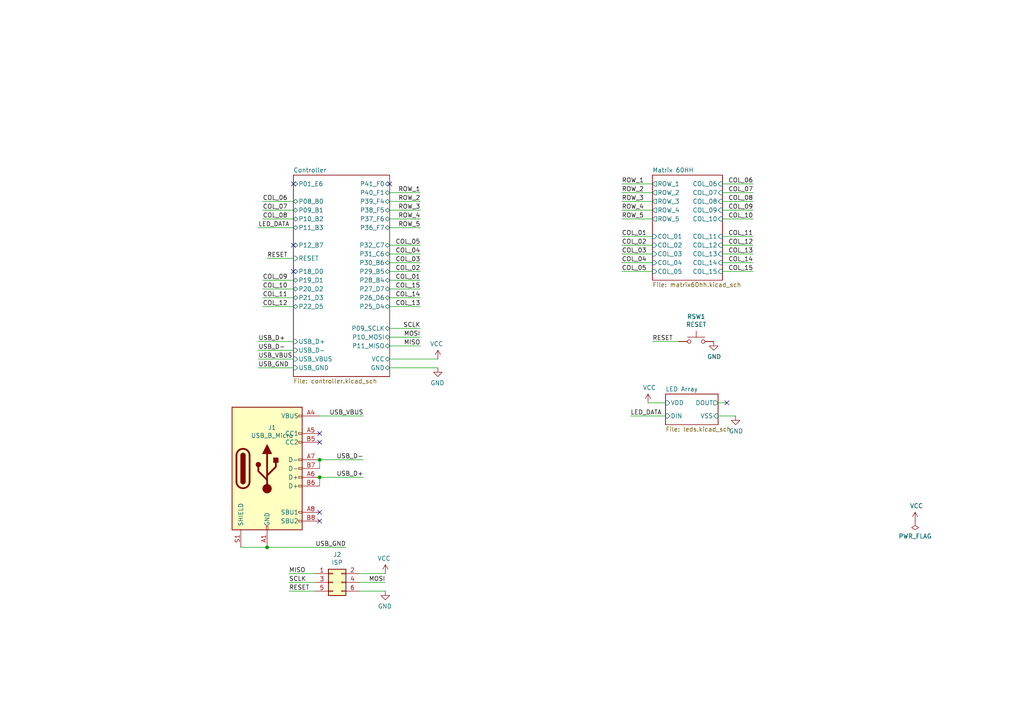
<source format=kicad_sch>
(kicad_sch (version 20211123) (generator eeschema)

  (uuid e63e39d7-6ac0-4ffd-8aa3-1841a4541b55)

  (paper "A4")

  (title_block
    (title "YUIOP60HH")
    (date "2022-02-05")
    (rev "5")
    (company "KaoriYa")
  )

  (lib_symbols
    (symbol "Connector:USB_C_Receptacle_USB2.0" (pin_names (offset 1.016)) (in_bom yes) (on_board yes)
      (property "Reference" "J" (id 0) (at -10.16 19.05 0)
        (effects (font (size 1.27 1.27)) (justify left))
      )
      (property "Value" "USB_C_Receptacle_USB2.0" (id 1) (at 19.05 19.05 0)
        (effects (font (size 1.27 1.27)) (justify right))
      )
      (property "Footprint" "" (id 2) (at 3.81 0 0)
        (effects (font (size 1.27 1.27)) hide)
      )
      (property "Datasheet" "https://www.usb.org/sites/default/files/documents/usb_type-c.zip" (id 3) (at 3.81 0 0)
        (effects (font (size 1.27 1.27)) hide)
      )
      (property "ki_keywords" "usb universal serial bus type-C USB2.0" (id 4) (at 0 0 0)
        (effects (font (size 1.27 1.27)) hide)
      )
      (property "ki_description" "USB 2.0-only Type-C Receptacle connector" (id 5) (at 0 0 0)
        (effects (font (size 1.27 1.27)) hide)
      )
      (property "ki_fp_filters" "USB*C*Receptacle*" (id 6) (at 0 0 0)
        (effects (font (size 1.27 1.27)) hide)
      )
      (symbol "USB_C_Receptacle_USB2.0_0_0"
        (rectangle (start -0.254 -17.78) (end 0.254 -16.764)
          (stroke (width 0) (type default) (color 0 0 0 0))
          (fill (type none))
        )
        (rectangle (start 10.16 -14.986) (end 9.144 -15.494)
          (stroke (width 0) (type default) (color 0 0 0 0))
          (fill (type none))
        )
        (rectangle (start 10.16 -12.446) (end 9.144 -12.954)
          (stroke (width 0) (type default) (color 0 0 0 0))
          (fill (type none))
        )
        (rectangle (start 10.16 -4.826) (end 9.144 -5.334)
          (stroke (width 0) (type default) (color 0 0 0 0))
          (fill (type none))
        )
        (rectangle (start 10.16 -2.286) (end 9.144 -2.794)
          (stroke (width 0) (type default) (color 0 0 0 0))
          (fill (type none))
        )
        (rectangle (start 10.16 0.254) (end 9.144 -0.254)
          (stroke (width 0) (type default) (color 0 0 0 0))
          (fill (type none))
        )
        (rectangle (start 10.16 2.794) (end 9.144 2.286)
          (stroke (width 0) (type default) (color 0 0 0 0))
          (fill (type none))
        )
        (rectangle (start 10.16 7.874) (end 9.144 7.366)
          (stroke (width 0) (type default) (color 0 0 0 0))
          (fill (type none))
        )
        (rectangle (start 10.16 10.414) (end 9.144 9.906)
          (stroke (width 0) (type default) (color 0 0 0 0))
          (fill (type none))
        )
        (rectangle (start 10.16 15.494) (end 9.144 14.986)
          (stroke (width 0) (type default) (color 0 0 0 0))
          (fill (type none))
        )
      )
      (symbol "USB_C_Receptacle_USB2.0_0_1"
        (rectangle (start -10.16 17.78) (end 10.16 -17.78)
          (stroke (width 0.254) (type default) (color 0 0 0 0))
          (fill (type background))
        )
        (arc (start -8.89 -3.81) (mid -6.985 -5.715) (end -5.08 -3.81)
          (stroke (width 0.508) (type default) (color 0 0 0 0))
          (fill (type none))
        )
        (arc (start -7.62 -3.81) (mid -6.985 -4.445) (end -6.35 -3.81)
          (stroke (width 0.254) (type default) (color 0 0 0 0))
          (fill (type none))
        )
        (arc (start -7.62 -3.81) (mid -6.985 -4.445) (end -6.35 -3.81)
          (stroke (width 0.254) (type default) (color 0 0 0 0))
          (fill (type outline))
        )
        (rectangle (start -7.62 -3.81) (end -6.35 3.81)
          (stroke (width 0.254) (type default) (color 0 0 0 0))
          (fill (type outline))
        )
        (arc (start -6.35 3.81) (mid -6.985 4.445) (end -7.62 3.81)
          (stroke (width 0.254) (type default) (color 0 0 0 0))
          (fill (type none))
        )
        (arc (start -6.35 3.81) (mid -6.985 4.445) (end -7.62 3.81)
          (stroke (width 0.254) (type default) (color 0 0 0 0))
          (fill (type outline))
        )
        (arc (start -5.08 3.81) (mid -6.985 5.715) (end -8.89 3.81)
          (stroke (width 0.508) (type default) (color 0 0 0 0))
          (fill (type none))
        )
        (circle (center -2.54 1.143) (radius 0.635)
          (stroke (width 0.254) (type default) (color 0 0 0 0))
          (fill (type outline))
        )
        (circle (center 0 -5.842) (radius 1.27)
          (stroke (width 0) (type default) (color 0 0 0 0))
          (fill (type outline))
        )
        (polyline
          (pts
            (xy -8.89 -3.81)
            (xy -8.89 3.81)
          )
          (stroke (width 0.508) (type default) (color 0 0 0 0))
          (fill (type none))
        )
        (polyline
          (pts
            (xy -5.08 3.81)
            (xy -5.08 -3.81)
          )
          (stroke (width 0.508) (type default) (color 0 0 0 0))
          (fill (type none))
        )
        (polyline
          (pts
            (xy 0 -5.842)
            (xy 0 4.318)
          )
          (stroke (width 0.508) (type default) (color 0 0 0 0))
          (fill (type none))
        )
        (polyline
          (pts
            (xy 0 -3.302)
            (xy -2.54 -0.762)
            (xy -2.54 0.508)
          )
          (stroke (width 0.508) (type default) (color 0 0 0 0))
          (fill (type none))
        )
        (polyline
          (pts
            (xy 0 -2.032)
            (xy 2.54 0.508)
            (xy 2.54 1.778)
          )
          (stroke (width 0.508) (type default) (color 0 0 0 0))
          (fill (type none))
        )
        (polyline
          (pts
            (xy -1.27 4.318)
            (xy 0 6.858)
            (xy 1.27 4.318)
            (xy -1.27 4.318)
          )
          (stroke (width 0.254) (type default) (color 0 0 0 0))
          (fill (type outline))
        )
        (rectangle (start 1.905 1.778) (end 3.175 3.048)
          (stroke (width 0.254) (type default) (color 0 0 0 0))
          (fill (type outline))
        )
      )
      (symbol "USB_C_Receptacle_USB2.0_1_1"
        (pin passive line (at 0 -22.86 90) (length 5.08)
          (name "GND" (effects (font (size 1.27 1.27))))
          (number "A1" (effects (font (size 1.27 1.27))))
        )
        (pin passive line (at 0 -22.86 90) (length 5.08) hide
          (name "GND" (effects (font (size 1.27 1.27))))
          (number "A12" (effects (font (size 1.27 1.27))))
        )
        (pin passive line (at 15.24 15.24 180) (length 5.08)
          (name "VBUS" (effects (font (size 1.27 1.27))))
          (number "A4" (effects (font (size 1.27 1.27))))
        )
        (pin bidirectional line (at 15.24 10.16 180) (length 5.08)
          (name "CC1" (effects (font (size 1.27 1.27))))
          (number "A5" (effects (font (size 1.27 1.27))))
        )
        (pin bidirectional line (at 15.24 -2.54 180) (length 5.08)
          (name "D+" (effects (font (size 1.27 1.27))))
          (number "A6" (effects (font (size 1.27 1.27))))
        )
        (pin bidirectional line (at 15.24 2.54 180) (length 5.08)
          (name "D-" (effects (font (size 1.27 1.27))))
          (number "A7" (effects (font (size 1.27 1.27))))
        )
        (pin bidirectional line (at 15.24 -12.7 180) (length 5.08)
          (name "SBU1" (effects (font (size 1.27 1.27))))
          (number "A8" (effects (font (size 1.27 1.27))))
        )
        (pin passive line (at 15.24 15.24 180) (length 5.08) hide
          (name "VBUS" (effects (font (size 1.27 1.27))))
          (number "A9" (effects (font (size 1.27 1.27))))
        )
        (pin passive line (at 0 -22.86 90) (length 5.08) hide
          (name "GND" (effects (font (size 1.27 1.27))))
          (number "B1" (effects (font (size 1.27 1.27))))
        )
        (pin passive line (at 0 -22.86 90) (length 5.08) hide
          (name "GND" (effects (font (size 1.27 1.27))))
          (number "B12" (effects (font (size 1.27 1.27))))
        )
        (pin passive line (at 15.24 15.24 180) (length 5.08) hide
          (name "VBUS" (effects (font (size 1.27 1.27))))
          (number "B4" (effects (font (size 1.27 1.27))))
        )
        (pin bidirectional line (at 15.24 7.62 180) (length 5.08)
          (name "CC2" (effects (font (size 1.27 1.27))))
          (number "B5" (effects (font (size 1.27 1.27))))
        )
        (pin bidirectional line (at 15.24 -5.08 180) (length 5.08)
          (name "D+" (effects (font (size 1.27 1.27))))
          (number "B6" (effects (font (size 1.27 1.27))))
        )
        (pin bidirectional line (at 15.24 0 180) (length 5.08)
          (name "D-" (effects (font (size 1.27 1.27))))
          (number "B7" (effects (font (size 1.27 1.27))))
        )
        (pin bidirectional line (at 15.24 -15.24 180) (length 5.08)
          (name "SBU2" (effects (font (size 1.27 1.27))))
          (number "B8" (effects (font (size 1.27 1.27))))
        )
        (pin passive line (at 15.24 15.24 180) (length 5.08) hide
          (name "VBUS" (effects (font (size 1.27 1.27))))
          (number "B9" (effects (font (size 1.27 1.27))))
        )
        (pin passive line (at -7.62 -22.86 90) (length 5.08)
          (name "SHIELD" (effects (font (size 1.27 1.27))))
          (number "S1" (effects (font (size 1.27 1.27))))
        )
      )
    )
    (symbol "Connector_Generic:Conn_02x03_Odd_Even" (pin_names (offset 1.016) hide) (in_bom yes) (on_board yes)
      (property "Reference" "J" (id 0) (at 1.27 5.08 0)
        (effects (font (size 1.27 1.27)))
      )
      (property "Value" "Conn_02x03_Odd_Even" (id 1) (at 1.27 -5.08 0)
        (effects (font (size 1.27 1.27)))
      )
      (property "Footprint" "" (id 2) (at 0 0 0)
        (effects (font (size 1.27 1.27)) hide)
      )
      (property "Datasheet" "~" (id 3) (at 0 0 0)
        (effects (font (size 1.27 1.27)) hide)
      )
      (property "ki_keywords" "connector" (id 4) (at 0 0 0)
        (effects (font (size 1.27 1.27)) hide)
      )
      (property "ki_description" "Generic connector, double row, 02x03, odd/even pin numbering scheme (row 1 odd numbers, row 2 even numbers), script generated (kicad-library-utils/schlib/autogen/connector/)" (id 5) (at 0 0 0)
        (effects (font (size 1.27 1.27)) hide)
      )
      (property "ki_fp_filters" "Connector*:*_2x??_*" (id 6) (at 0 0 0)
        (effects (font (size 1.27 1.27)) hide)
      )
      (symbol "Conn_02x03_Odd_Even_1_1"
        (rectangle (start -1.27 -2.413) (end 0 -2.667)
          (stroke (width 0.1524) (type default) (color 0 0 0 0))
          (fill (type none))
        )
        (rectangle (start -1.27 0.127) (end 0 -0.127)
          (stroke (width 0.1524) (type default) (color 0 0 0 0))
          (fill (type none))
        )
        (rectangle (start -1.27 2.667) (end 0 2.413)
          (stroke (width 0.1524) (type default) (color 0 0 0 0))
          (fill (type none))
        )
        (rectangle (start -1.27 3.81) (end 3.81 -3.81)
          (stroke (width 0.254) (type default) (color 0 0 0 0))
          (fill (type background))
        )
        (rectangle (start 3.81 -2.413) (end 2.54 -2.667)
          (stroke (width 0.1524) (type default) (color 0 0 0 0))
          (fill (type none))
        )
        (rectangle (start 3.81 0.127) (end 2.54 -0.127)
          (stroke (width 0.1524) (type default) (color 0 0 0 0))
          (fill (type none))
        )
        (rectangle (start 3.81 2.667) (end 2.54 2.413)
          (stroke (width 0.1524) (type default) (color 0 0 0 0))
          (fill (type none))
        )
        (pin passive line (at -5.08 2.54 0) (length 3.81)
          (name "Pin_1" (effects (font (size 1.27 1.27))))
          (number "1" (effects (font (size 1.27 1.27))))
        )
        (pin passive line (at 7.62 2.54 180) (length 3.81)
          (name "Pin_2" (effects (font (size 1.27 1.27))))
          (number "2" (effects (font (size 1.27 1.27))))
        )
        (pin passive line (at -5.08 0 0) (length 3.81)
          (name "Pin_3" (effects (font (size 1.27 1.27))))
          (number "3" (effects (font (size 1.27 1.27))))
        )
        (pin passive line (at 7.62 0 180) (length 3.81)
          (name "Pin_4" (effects (font (size 1.27 1.27))))
          (number "4" (effects (font (size 1.27 1.27))))
        )
        (pin passive line (at -5.08 -2.54 0) (length 3.81)
          (name "Pin_5" (effects (font (size 1.27 1.27))))
          (number "5" (effects (font (size 1.27 1.27))))
        )
        (pin passive line (at 7.62 -2.54 180) (length 3.81)
          (name "Pin_6" (effects (font (size 1.27 1.27))))
          (number "6" (effects (font (size 1.27 1.27))))
        )
      )
    )
    (symbol "Switch:SW_Push" (pin_numbers hide) (pin_names (offset 1.016) hide) (in_bom yes) (on_board yes)
      (property "Reference" "SW" (id 0) (at 1.27 2.54 0)
        (effects (font (size 1.27 1.27)) (justify left))
      )
      (property "Value" "SW_Push" (id 1) (at 0 -1.524 0)
        (effects (font (size 1.27 1.27)))
      )
      (property "Footprint" "" (id 2) (at 0 5.08 0)
        (effects (font (size 1.27 1.27)) hide)
      )
      (property "Datasheet" "~" (id 3) (at 0 5.08 0)
        (effects (font (size 1.27 1.27)) hide)
      )
      (property "ki_keywords" "switch normally-open pushbutton push-button" (id 4) (at 0 0 0)
        (effects (font (size 1.27 1.27)) hide)
      )
      (property "ki_description" "Push button switch, generic, two pins" (id 5) (at 0 0 0)
        (effects (font (size 1.27 1.27)) hide)
      )
      (symbol "SW_Push_0_1"
        (circle (center -2.032 0) (radius 0.508)
          (stroke (width 0) (type default) (color 0 0 0 0))
          (fill (type none))
        )
        (polyline
          (pts
            (xy 0 1.27)
            (xy 0 3.048)
          )
          (stroke (width 0) (type default) (color 0 0 0 0))
          (fill (type none))
        )
        (polyline
          (pts
            (xy 2.54 1.27)
            (xy -2.54 1.27)
          )
          (stroke (width 0) (type default) (color 0 0 0 0))
          (fill (type none))
        )
        (circle (center 2.032 0) (radius 0.508)
          (stroke (width 0) (type default) (color 0 0 0 0))
          (fill (type none))
        )
        (pin passive line (at -5.08 0 0) (length 2.54)
          (name "1" (effects (font (size 1.27 1.27))))
          (number "1" (effects (font (size 1.27 1.27))))
        )
        (pin passive line (at 5.08 0 180) (length 2.54)
          (name "2" (effects (font (size 1.27 1.27))))
          (number "2" (effects (font (size 1.27 1.27))))
        )
      )
    )
    (symbol "power:GND" (power) (pin_names (offset 0)) (in_bom yes) (on_board yes)
      (property "Reference" "#PWR" (id 0) (at 0 -6.35 0)
        (effects (font (size 1.27 1.27)) hide)
      )
      (property "Value" "GND" (id 1) (at 0 -3.81 0)
        (effects (font (size 1.27 1.27)))
      )
      (property "Footprint" "" (id 2) (at 0 0 0)
        (effects (font (size 1.27 1.27)) hide)
      )
      (property "Datasheet" "" (id 3) (at 0 0 0)
        (effects (font (size 1.27 1.27)) hide)
      )
      (property "ki_keywords" "power-flag" (id 4) (at 0 0 0)
        (effects (font (size 1.27 1.27)) hide)
      )
      (property "ki_description" "Power symbol creates a global label with name \"GND\" , ground" (id 5) (at 0 0 0)
        (effects (font (size 1.27 1.27)) hide)
      )
      (symbol "GND_0_1"
        (polyline
          (pts
            (xy 0 0)
            (xy 0 -1.27)
            (xy 1.27 -1.27)
            (xy 0 -2.54)
            (xy -1.27 -1.27)
            (xy 0 -1.27)
          )
          (stroke (width 0) (type default) (color 0 0 0 0))
          (fill (type none))
        )
      )
      (symbol "GND_1_1"
        (pin power_in line (at 0 0 270) (length 0) hide
          (name "GND" (effects (font (size 1.27 1.27))))
          (number "1" (effects (font (size 1.27 1.27))))
        )
      )
    )
    (symbol "power:PWR_FLAG" (power) (pin_numbers hide) (pin_names (offset 0) hide) (in_bom yes) (on_board yes)
      (property "Reference" "#FLG" (id 0) (at 0 1.905 0)
        (effects (font (size 1.27 1.27)) hide)
      )
      (property "Value" "PWR_FLAG" (id 1) (at 0 3.81 0)
        (effects (font (size 1.27 1.27)))
      )
      (property "Footprint" "" (id 2) (at 0 0 0)
        (effects (font (size 1.27 1.27)) hide)
      )
      (property "Datasheet" "~" (id 3) (at 0 0 0)
        (effects (font (size 1.27 1.27)) hide)
      )
      (property "ki_keywords" "power-flag" (id 4) (at 0 0 0)
        (effects (font (size 1.27 1.27)) hide)
      )
      (property "ki_description" "Special symbol for telling ERC where power comes from" (id 5) (at 0 0 0)
        (effects (font (size 1.27 1.27)) hide)
      )
      (symbol "PWR_FLAG_0_0"
        (pin power_out line (at 0 0 90) (length 0)
          (name "pwr" (effects (font (size 1.27 1.27))))
          (number "1" (effects (font (size 1.27 1.27))))
        )
      )
      (symbol "PWR_FLAG_0_1"
        (polyline
          (pts
            (xy 0 0)
            (xy 0 1.27)
            (xy -1.016 1.905)
            (xy 0 2.54)
            (xy 1.016 1.905)
            (xy 0 1.27)
          )
          (stroke (width 0) (type default) (color 0 0 0 0))
          (fill (type none))
        )
      )
    )
    (symbol "power:VCC" (power) (pin_names (offset 0)) (in_bom yes) (on_board yes)
      (property "Reference" "#PWR" (id 0) (at 0 -3.81 0)
        (effects (font (size 1.27 1.27)) hide)
      )
      (property "Value" "VCC" (id 1) (at 0 3.81 0)
        (effects (font (size 1.27 1.27)))
      )
      (property "Footprint" "" (id 2) (at 0 0 0)
        (effects (font (size 1.27 1.27)) hide)
      )
      (property "Datasheet" "" (id 3) (at 0 0 0)
        (effects (font (size 1.27 1.27)) hide)
      )
      (property "ki_keywords" "power-flag" (id 4) (at 0 0 0)
        (effects (font (size 1.27 1.27)) hide)
      )
      (property "ki_description" "Power symbol creates a global label with name \"VCC\"" (id 5) (at 0 0 0)
        (effects (font (size 1.27 1.27)) hide)
      )
      (symbol "VCC_0_1"
        (polyline
          (pts
            (xy -0.762 1.27)
            (xy 0 2.54)
          )
          (stroke (width 0) (type default) (color 0 0 0 0))
          (fill (type none))
        )
        (polyline
          (pts
            (xy 0 0)
            (xy 0 2.54)
          )
          (stroke (width 0) (type default) (color 0 0 0 0))
          (fill (type none))
        )
        (polyline
          (pts
            (xy 0 2.54)
            (xy 0.762 1.27)
          )
          (stroke (width 0) (type default) (color 0 0 0 0))
          (fill (type none))
        )
      )
      (symbol "VCC_1_1"
        (pin power_in line (at 0 0 90) (length 0) hide
          (name "VCC" (effects (font (size 1.27 1.27))))
          (number "1" (effects (font (size 1.27 1.27))))
        )
      )
    )
  )

  (junction (at 77.47 158.75) (diameter 0) (color 0 0 0 0)
    (uuid 2a9bf6ab-a35b-4387-8e0d-5ccc0d8d7003)
  )
  (junction (at 92.71 138.43) (diameter 0) (color 0 0 0 0)
    (uuid 9ba1cdc8-1a44-45d8-af29-47fd8c45aa17)
  )
  (junction (at 92.71 133.35) (diameter 0) (color 0 0 0 0)
    (uuid cafcb1e1-7a65-44a6-a523-72f167c3e411)
  )

  (no_connect (at 210.82 116.84) (uuid 4dc6088c-89a5-4db7-b3ae-db4b6396ad49))
  (no_connect (at 85.09 71.12) (uuid 66116376-6967-4178-9f23-a26cdeafc400))
  (no_connect (at 92.71 148.59) (uuid 6ed4fcfa-dd7a-462f-8e7b-85c8fde5689a))
  (no_connect (at 92.71 128.27) (uuid 6f1f8608-d16c-47e7-b711-9a9823962396))
  (no_connect (at 92.71 125.73) (uuid 8613aabf-91e9-40c6-b81a-19040d34e20f))
  (no_connect (at 85.09 53.34) (uuid bb7f0588-d4d8-44bf-9ebf-3c533fe4d6ae))
  (no_connect (at 92.71 151.13) (uuid e2483294-eaa1-4dbf-996b-4534c37faf7b))
  (no_connect (at 113.03 53.34) (uuid e9bb29b2-2bb9-4ea2-acd9-2bb3ca677a12))
  (no_connect (at 85.09 78.74) (uuid eb667eea-300e-4ca7-8a6f-4b00de80cd45))

  (wire (pts (xy 121.92 76.2) (xy 113.03 76.2))
    (stroke (width 0) (type default) (color 0 0 0 0))
    (uuid 0a3cc030-c9dd-4d74-9d50-715ed2b361a2)
  )
  (wire (pts (xy 210.82 116.84) (xy 208.28 116.84))
    (stroke (width 0) (type default) (color 0 0 0 0))
    (uuid 0c30a4be-5679-499f-8c5b-5f3024f9d6cf)
  )
  (wire (pts (xy 218.44 78.74) (xy 209.55 78.74))
    (stroke (width 0) (type default) (color 0 0 0 0))
    (uuid 0f41a909-27c4-4be2-9d5e-9ae2108c8ff5)
  )
  (wire (pts (xy 69.85 158.75) (xy 77.47 158.75))
    (stroke (width 0) (type default) (color 0 0 0 0))
    (uuid 10f30af7-156a-4fab-862e-c0883bda6b56)
  )
  (wire (pts (xy 76.2 88.9) (xy 85.09 88.9))
    (stroke (width 0) (type default) (color 0 0 0 0))
    (uuid 120a7b0f-ddfd-4447-85c1-35665465acdb)
  )
  (wire (pts (xy 113.03 106.68) (xy 127 106.68))
    (stroke (width 0) (type default) (color 0 0 0 0))
    (uuid 128e34ce-eee7-477d-b905-a493e98db783)
  )
  (wire (pts (xy 121.92 55.88) (xy 113.03 55.88))
    (stroke (width 0) (type default) (color 0 0 0 0))
    (uuid 13abf99d-5265-4779-8973-e94370fd18ff)
  )
  (wire (pts (xy 121.92 73.66) (xy 113.03 73.66))
    (stroke (width 0) (type default) (color 0 0 0 0))
    (uuid 15875808-74d5-4210-b8ca-aa8fbc04ae21)
  )
  (wire (pts (xy 121.92 81.28) (xy 113.03 81.28))
    (stroke (width 0) (type default) (color 0 0 0 0))
    (uuid 1860e030-7a36-4298-b7fc-a16d48ab15ba)
  )
  (wire (pts (xy 92.71 133.35) (xy 92.71 135.89))
    (stroke (width 0) (type default) (color 0 0 0 0))
    (uuid 1c177c3b-c0d6-4d55-a700-0b44db0b6967)
  )
  (wire (pts (xy 121.92 60.96) (xy 113.03 60.96))
    (stroke (width 0) (type default) (color 0 0 0 0))
    (uuid 23bb2798-d93a-4696-a962-c305c4298a0c)
  )
  (wire (pts (xy 83.82 166.37) (xy 91.44 166.37))
    (stroke (width 0) (type default) (color 0 0 0 0))
    (uuid 240e07e1-770b-4b27-894f-29fd601c924d)
  )
  (wire (pts (xy 76.2 86.36) (xy 85.09 86.36))
    (stroke (width 0) (type default) (color 0 0 0 0))
    (uuid 2732632c-4768-42b6-bf7f-14643424019e)
  )
  (wire (pts (xy 218.44 60.96) (xy 209.55 60.96))
    (stroke (width 0) (type default) (color 0 0 0 0))
    (uuid 2bf3f24b-fd30-41a7-a274-9b519491916b)
  )
  (wire (pts (xy 121.92 97.79) (xy 113.03 97.79))
    (stroke (width 0) (type default) (color 0 0 0 0))
    (uuid 2d6db888-4e40-41c8-b701-07170fc894bc)
  )
  (wire (pts (xy 74.93 104.14) (xy 85.09 104.14))
    (stroke (width 0) (type default) (color 0 0 0 0))
    (uuid 2e642b3e-a476-4c54-9a52-dcea955640cd)
  )
  (wire (pts (xy 74.93 101.6) (xy 85.09 101.6))
    (stroke (width 0) (type default) (color 0 0 0 0))
    (uuid 30f15357-ce1d-48b9-93dc-7d9b1b2aa048)
  )
  (wire (pts (xy 74.93 66.04) (xy 85.09 66.04))
    (stroke (width 0) (type default) (color 0 0 0 0))
    (uuid 3172f2e2-18d2-4a80-ae30-5707b3409798)
  )
  (wire (pts (xy 218.44 55.88) (xy 209.55 55.88))
    (stroke (width 0) (type default) (color 0 0 0 0))
    (uuid 34871042-9d5c-4e29-abdd-a168368c3c22)
  )
  (wire (pts (xy 77.47 74.93) (xy 85.09 74.93))
    (stroke (width 0) (type default) (color 0 0 0 0))
    (uuid 35354519-a28c-40c4-befd-0943e98dea53)
  )
  (wire (pts (xy 121.92 88.9) (xy 113.03 88.9))
    (stroke (width 0) (type default) (color 0 0 0 0))
    (uuid 48f827a8-6e22-4a2e-abdc-c2a03098d883)
  )
  (wire (pts (xy 83.82 171.45) (xy 91.44 171.45))
    (stroke (width 0) (type default) (color 0 0 0 0))
    (uuid 4a4ec8d9-3d72-4952-83d4-808f65849a2b)
  )
  (wire (pts (xy 180.34 78.74) (xy 189.23 78.74))
    (stroke (width 0) (type default) (color 0 0 0 0))
    (uuid 4e66a44f-7fa6-4e16-bf9b-62ec864301a5)
  )
  (wire (pts (xy 105.41 138.43) (xy 92.71 138.43))
    (stroke (width 0) (type default) (color 0 0 0 0))
    (uuid 4fb02e58-160a-4a39-9f22-d0c75e82ee72)
  )
  (wire (pts (xy 180.34 53.34) (xy 189.23 53.34))
    (stroke (width 0) (type default) (color 0 0 0 0))
    (uuid 51c4dc0a-5b9f-4edf-a83f-4a12881e42ef)
  )
  (wire (pts (xy 180.34 68.58) (xy 189.23 68.58))
    (stroke (width 0) (type default) (color 0 0 0 0))
    (uuid 5740c959-93d8-47fd-8f68-62f0109e753d)
  )
  (wire (pts (xy 76.2 63.5) (xy 85.09 63.5))
    (stroke (width 0) (type default) (color 0 0 0 0))
    (uuid 62c076a3-d618-44a2-9042-9a08b3576787)
  )
  (wire (pts (xy 121.92 100.33) (xy 113.03 100.33))
    (stroke (width 0) (type default) (color 0 0 0 0))
    (uuid 66043bca-a260-4915-9fce-8a51d324c687)
  )
  (wire (pts (xy 127 104.14) (xy 113.03 104.14))
    (stroke (width 0) (type default) (color 0 0 0 0))
    (uuid 67621f9e-0a6a-4778-ad69-04dcf300659c)
  )
  (wire (pts (xy 121.92 71.12) (xy 113.03 71.12))
    (stroke (width 0) (type default) (color 0 0 0 0))
    (uuid 67f6e996-3c99-493c-8f6f-e739e2ed5d7a)
  )
  (wire (pts (xy 121.92 66.04) (xy 113.03 66.04))
    (stroke (width 0) (type default) (color 0 0 0 0))
    (uuid 6e105729-aba0-497c-a99e-c32d2b3ddb6d)
  )
  (wire (pts (xy 111.76 166.37) (xy 104.14 166.37))
    (stroke (width 0) (type default) (color 0 0 0 0))
    (uuid 704d6d51-bb34-4cbf-83d8-841e208048d8)
  )
  (wire (pts (xy 180.34 63.5) (xy 189.23 63.5))
    (stroke (width 0) (type default) (color 0 0 0 0))
    (uuid 712d6a7d-2b62-464f-b745-fd2a6b0187f6)
  )
  (wire (pts (xy 218.44 53.34) (xy 209.55 53.34))
    (stroke (width 0) (type default) (color 0 0 0 0))
    (uuid 7447a6e7-8205-46ba-afca-d0fa8f90c95a)
  )
  (wire (pts (xy 218.44 73.66) (xy 209.55 73.66))
    (stroke (width 0) (type default) (color 0 0 0 0))
    (uuid 75286985-9fa5-4d30-89c5-493b6e63cd66)
  )
  (wire (pts (xy 77.47 158.75) (xy 100.33 158.75))
    (stroke (width 0) (type default) (color 0 0 0 0))
    (uuid 77ed3941-d133-4aef-a9af-5a39322d14eb)
  )
  (wire (pts (xy 121.92 63.5) (xy 113.03 63.5))
    (stroke (width 0) (type default) (color 0 0 0 0))
    (uuid 78cbdd6c-4878-4cc5-9a58-0e506478e37d)
  )
  (wire (pts (xy 121.92 95.25) (xy 113.03 95.25))
    (stroke (width 0) (type default) (color 0 0 0 0))
    (uuid 7bbf981c-a063-4e30-8911-e4228e1c0743)
  )
  (wire (pts (xy 189.23 99.06) (xy 196.85 99.06))
    (stroke (width 0) (type default) (color 0 0 0 0))
    (uuid 7e08f2a4-63d6-468b-bd8b-ec607077e023)
  )
  (wire (pts (xy 104.14 171.45) (xy 111.76 171.45))
    (stroke (width 0) (type default) (color 0 0 0 0))
    (uuid 8174b4de-74b1-48db-ab8e-c8432251095b)
  )
  (wire (pts (xy 76.2 81.28) (xy 85.09 81.28))
    (stroke (width 0) (type default) (color 0 0 0 0))
    (uuid 81bbc3ff-3938-49ac-8297-ce2bcc9a42bd)
  )
  (wire (pts (xy 180.34 55.88) (xy 189.23 55.88))
    (stroke (width 0) (type default) (color 0 0 0 0))
    (uuid 842e430f-0c35-45f3-a0b5-95ae7b7ae388)
  )
  (wire (pts (xy 85.09 99.06) (xy 74.93 99.06))
    (stroke (width 0) (type default) (color 0 0 0 0))
    (uuid 87371631-aa02-498a-998a-09bdb74784c1)
  )
  (wire (pts (xy 208.28 120.65) (xy 213.36 120.65))
    (stroke (width 0) (type default) (color 0 0 0 0))
    (uuid 936e2ca6-11ae-4f42-9128-52bb329f3d21)
  )
  (wire (pts (xy 121.92 58.42) (xy 113.03 58.42))
    (stroke (width 0) (type default) (color 0 0 0 0))
    (uuid 94c158d1-8503-4553-b511-bf42f506c2a8)
  )
  (wire (pts (xy 180.34 76.2) (xy 189.23 76.2))
    (stroke (width 0) (type default) (color 0 0 0 0))
    (uuid 9702d639-3b1f-4825-8985-b32b9008503d)
  )
  (wire (pts (xy 218.44 68.58) (xy 209.55 68.58))
    (stroke (width 0) (type default) (color 0 0 0 0))
    (uuid 9762c9ed-64d8-4f3e-baf6-f6ba6effc919)
  )
  (wire (pts (xy 180.34 58.42) (xy 189.23 58.42))
    (stroke (width 0) (type default) (color 0 0 0 0))
    (uuid 98e81e80-1f85-4152-be3f-99785ea97751)
  )
  (wire (pts (xy 121.92 83.82) (xy 113.03 83.82))
    (stroke (width 0) (type default) (color 0 0 0 0))
    (uuid a03e565f-d8cd-4032-aae3-b7327d4143dd)
  )
  (wire (pts (xy 180.34 73.66) (xy 189.23 73.66))
    (stroke (width 0) (type default) (color 0 0 0 0))
    (uuid a06e8e78-f567-42e6-b645-013b1073ca31)
  )
  (wire (pts (xy 182.88 120.65) (xy 193.04 120.65))
    (stroke (width 0) (type default) (color 0 0 0 0))
    (uuid a501555e-bbc7-4b58-ad89-28a0cd3dd6d0)
  )
  (wire (pts (xy 218.44 58.42) (xy 209.55 58.42))
    (stroke (width 0) (type default) (color 0 0 0 0))
    (uuid a9ec539a-d80d-40cc-803c-12b6adefe42a)
  )
  (wire (pts (xy 76.2 60.96) (xy 85.09 60.96))
    (stroke (width 0) (type default) (color 0 0 0 0))
    (uuid afb8e687-4a13-41a1-b8c0-89a749e897fe)
  )
  (wire (pts (xy 218.44 76.2) (xy 209.55 76.2))
    (stroke (width 0) (type default) (color 0 0 0 0))
    (uuid afd3dbad-e7a8-4e4c-b77c-4065a69aefa2)
  )
  (wire (pts (xy 180.34 60.96) (xy 189.23 60.96))
    (stroke (width 0) (type default) (color 0 0 0 0))
    (uuid b3d08afa-f296-4e3b-8825-73b6331d35bf)
  )
  (wire (pts (xy 121.92 78.74) (xy 113.03 78.74))
    (stroke (width 0) (type default) (color 0 0 0 0))
    (uuid b6270a28-e0d9-4655-a18a-03dbf007b940)
  )
  (wire (pts (xy 76.2 83.82) (xy 85.09 83.82))
    (stroke (width 0) (type default) (color 0 0 0 0))
    (uuid b635b16e-60bb-4b3e-9fc3-47d34eef8381)
  )
  (wire (pts (xy 218.44 71.12) (xy 209.55 71.12))
    (stroke (width 0) (type default) (color 0 0 0 0))
    (uuid c19dbe3c-ced0-48f7-a91d-777569cfb936)
  )
  (wire (pts (xy 76.2 58.42) (xy 85.09 58.42))
    (stroke (width 0) (type default) (color 0 0 0 0))
    (uuid c1d83899-e380-49f9-a87d-8e78bc089ebf)
  )
  (wire (pts (xy 104.14 168.91) (xy 111.76 168.91))
    (stroke (width 0) (type default) (color 0 0 0 0))
    (uuid cbd8faed-e1f8-4406-87c8-58b2c504a5d4)
  )
  (wire (pts (xy 121.92 86.36) (xy 113.03 86.36))
    (stroke (width 0) (type default) (color 0 0 0 0))
    (uuid cef6f603-8a0b-4dd0-af99-ebfbef7d1b4b)
  )
  (wire (pts (xy 74.93 106.68) (xy 85.09 106.68))
    (stroke (width 0) (type default) (color 0 0 0 0))
    (uuid d8603679-3e7b-4337-8dbc-1827f5f54d8a)
  )
  (wire (pts (xy 218.44 63.5) (xy 209.55 63.5))
    (stroke (width 0) (type default) (color 0 0 0 0))
    (uuid e25ce415-914a-48fe-bf09-324317917b2e)
  )
  (wire (pts (xy 105.41 133.35) (xy 92.71 133.35))
    (stroke (width 0) (type default) (color 0 0 0 0))
    (uuid e615f7aa-337e-474d-9615-2ad82b1c44ca)
  )
  (wire (pts (xy 187.96 116.84) (xy 193.04 116.84))
    (stroke (width 0) (type default) (color 0 0 0 0))
    (uuid ebadd2a5-21ab-4a7e-b5bc-6f737367e560)
  )
  (wire (pts (xy 105.41 120.65) (xy 92.71 120.65))
    (stroke (width 0) (type default) (color 0 0 0 0))
    (uuid ef8fe2ac-6a7f-4682-9418-b801a1b10a3b)
  )
  (wire (pts (xy 92.71 138.43) (xy 92.71 140.97))
    (stroke (width 0) (type default) (color 0 0 0 0))
    (uuid ef9b7800-93b3-48ff-8716-677214474f76)
  )
  (wire (pts (xy 91.44 168.91) (xy 83.82 168.91))
    (stroke (width 0) (type default) (color 0 0 0 0))
    (uuid f2c93195-af12-4d3e-acdf-bdd0ff675c24)
  )
  (wire (pts (xy 180.34 71.12) (xy 189.23 71.12))
    (stroke (width 0) (type default) (color 0 0 0 0))
    (uuid f9865a9f-edb8-49c7-828f-4896e1f3047a)
  )

  (label "ROW_5" (at 180.34 63.5 0)
    (effects (font (size 1.27 1.27)) (justify left bottom))
    (uuid 03d88a85-11fd-47aa-954c-c318bb15294a)
  )
  (label "COL_14" (at 218.44 76.2 180)
    (effects (font (size 1.27 1.27)) (justify right bottom))
    (uuid 0867287d-2e6a-4d69-a366-c29f88198f2b)
  )
  (label "MISO" (at 83.82 166.37 0)
    (effects (font (size 1.27 1.27)) (justify left bottom))
    (uuid 08a7c925-7fae-4530-b0c9-120e185cb318)
  )
  (label "COL_05" (at 180.34 78.74 0)
    (effects (font (size 1.27 1.27)) (justify left bottom))
    (uuid 0d35483a-0b12-46cc-b9f2-896fd6831779)
  )
  (label "ROW_3" (at 180.34 58.42 0)
    (effects (font (size 1.27 1.27)) (justify left bottom))
    (uuid 0dcdf1b8-13c6-48b4-bd94-5d26038ff231)
  )
  (label "USB_D+" (at 105.41 138.43 180)
    (effects (font (size 1.27 1.27)) (justify right bottom))
    (uuid 10109f84-4940-47f8-8640-91f185ac9bc1)
  )
  (label "COL_11" (at 76.2 86.36 0)
    (effects (font (size 1.27 1.27)) (justify left bottom))
    (uuid 13475e15-f37c-4de8-857e-1722b0c39513)
  )
  (label "ROW_4" (at 180.34 60.96 0)
    (effects (font (size 1.27 1.27)) (justify left bottom))
    (uuid 1a2f72d1-0b36-4610-afc4-4ad1660d5d3b)
  )
  (label "COL_15" (at 218.44 78.74 180)
    (effects (font (size 1.27 1.27)) (justify right bottom))
    (uuid 1b54105e-6590-4d26-a763-ecfcf81eedc4)
  )
  (label "USB_GND" (at 74.93 106.68 0)
    (effects (font (size 1.27 1.27)) (justify left bottom))
    (uuid 1e1b062d-fad0-427c-a622-c5b8a80b5268)
  )
  (label "SCLK" (at 121.92 95.25 180)
    (effects (font (size 1.27 1.27)) (justify right bottom))
    (uuid 31e08896-1992-4725-96d9-9d2728bca7a3)
  )
  (label "COL_05" (at 121.92 71.12 180)
    (effects (font (size 1.27 1.27)) (justify right bottom))
    (uuid 32667662-ae86-4904-b198-3e95f11851bf)
  )
  (label "USB_D+" (at 74.93 99.06 0)
    (effects (font (size 1.27 1.27)) (justify left bottom))
    (uuid 3b838d52-596d-4e4d-a6ac-e4c8e7621137)
  )
  (label "COL_01" (at 121.92 81.28 180)
    (effects (font (size 1.27 1.27)) (justify right bottom))
    (uuid 3dcc657b-55a1-48e0-9667-e01e7b6b08b5)
  )
  (label "COL_09" (at 76.2 81.28 0)
    (effects (font (size 1.27 1.27)) (justify left bottom))
    (uuid 3f5fe6b7-98fc-4d3e-9567-f9f7202d1455)
  )
  (label "COL_06" (at 218.44 53.34 180)
    (effects (font (size 1.27 1.27)) (justify right bottom))
    (uuid 4412226e-d975-40a2-921f-502ff4129a95)
  )
  (label "ROW_4" (at 121.92 63.5 180)
    (effects (font (size 1.27 1.27)) (justify right bottom))
    (uuid 46918595-4a45-48e8-84c0-961b4db7f35f)
  )
  (label "COL_10" (at 218.44 63.5 180)
    (effects (font (size 1.27 1.27)) (justify right bottom))
    (uuid 4831966c-bb32-4bc8-a400-0382a02ffa1c)
  )
  (label "COL_11" (at 218.44 68.58 180)
    (effects (font (size 1.27 1.27)) (justify right bottom))
    (uuid 4d4b0fcd-2c79-4fc3-b5fa-7a0741601344)
  )
  (label "COL_07" (at 218.44 55.88 180)
    (effects (font (size 1.27 1.27)) (justify right bottom))
    (uuid 53c85970-3e21-4fae-a84f-721cfc0513b5)
  )
  (label "SCLK" (at 83.82 168.91 0)
    (effects (font (size 1.27 1.27)) (justify left bottom))
    (uuid 5528bcad-2950-4673-90eb-c37e6952c475)
  )
  (label "COL_03" (at 180.34 73.66 0)
    (effects (font (size 1.27 1.27)) (justify left bottom))
    (uuid 55992e35-fe7b-468a-9b7a-1e4dc931b904)
  )
  (label "USB_D-" (at 105.41 133.35 180)
    (effects (font (size 1.27 1.27)) (justify right bottom))
    (uuid 55e740a3-0735-4744-896e-2bf5437093b9)
  )
  (label "COL_12" (at 218.44 71.12 180)
    (effects (font (size 1.27 1.27)) (justify right bottom))
    (uuid 587a157d-dedf-4558-a037-1a94bbba1848)
  )
  (label "ROW_1" (at 180.34 53.34 0)
    (effects (font (size 1.27 1.27)) (justify left bottom))
    (uuid 58dc14f9-c158-4824-a84e-24a6a482a7a4)
  )
  (label "COL_07" (at 76.2 60.96 0)
    (effects (font (size 1.27 1.27)) (justify left bottom))
    (uuid 5cbb5968-dbb5-4b84-864a-ead1cacf75b9)
  )
  (label "RESET" (at 77.47 74.93 0)
    (effects (font (size 1.27 1.27)) (justify left bottom))
    (uuid 632acde9-b7fd-4f04-8cb4-d2cbb06b3595)
  )
  (label "USB_VBUS" (at 105.41 120.65 180)
    (effects (font (size 1.27 1.27)) (justify right bottom))
    (uuid 71c31975-2c45-4d18-a25a-18e07a55d11e)
  )
  (label "USB_VBUS" (at 74.93 104.14 0)
    (effects (font (size 1.27 1.27)) (justify left bottom))
    (uuid 749dfe75-c0d6-4872-9330-29c5bbcb8ff8)
  )
  (label "COL_13" (at 218.44 73.66 180)
    (effects (font (size 1.27 1.27)) (justify right bottom))
    (uuid 78f88cf6-751c-4e9b-ae75-fb8b6d44ff39)
  )
  (label "MOSI" (at 111.76 168.91 180)
    (effects (font (size 1.27 1.27)) (justify right bottom))
    (uuid 7edc9030-db7b-43ac-a1b3-b87eeacb4c2d)
  )
  (label "COL_03" (at 121.92 76.2 180)
    (effects (font (size 1.27 1.27)) (justify right bottom))
    (uuid 8322f275-268c-4e87-a69f-4cfbf05e747f)
  )
  (label "MISO" (at 121.92 100.33 180)
    (effects (font (size 1.27 1.27)) (justify right bottom))
    (uuid 852dabbf-de45-4470-8176-59d37a754407)
  )
  (label "COL_12" (at 76.2 88.9 0)
    (effects (font (size 1.27 1.27)) (justify left bottom))
    (uuid 854dd5d4-5fd2-4730-bd49-a9cd8299a065)
  )
  (label "COL_13" (at 121.92 88.9 180)
    (effects (font (size 1.27 1.27)) (justify right bottom))
    (uuid 8d55e186-3e11-40e8-a65e-b36a8a00069e)
  )
  (label "COL_06" (at 76.2 58.42 0)
    (effects (font (size 1.27 1.27)) (justify left bottom))
    (uuid 983c426c-24e0-4c65-ab69-1f1824adc5c6)
  )
  (label "COL_15" (at 121.92 83.82 180)
    (effects (font (size 1.27 1.27)) (justify right bottom))
    (uuid 9c8ccb2a-b1e9-4f2c-94fe-301b5975277e)
  )
  (label "ROW_5" (at 121.92 66.04 180)
    (effects (font (size 1.27 1.27)) (justify right bottom))
    (uuid 9ccf03e8-755a-4cd9-96fc-30e1d08fa253)
  )
  (label "ROW_1" (at 121.92 55.88 180)
    (effects (font (size 1.27 1.27)) (justify right bottom))
    (uuid a05d7640-f2f6-4ba7-8c51-5a4af431fc13)
  )
  (label "ROW_2" (at 121.92 58.42 180)
    (effects (font (size 1.27 1.27)) (justify right bottom))
    (uuid a7520ad3-0f8b-4788-92d4-8ffb277041e6)
  )
  (label "ROW_3" (at 121.92 60.96 180)
    (effects (font (size 1.27 1.27)) (justify right bottom))
    (uuid a795f1ba-cdd5-4cc5-9a52-08586e982934)
  )
  (label "MOSI" (at 121.92 97.79 180)
    (effects (font (size 1.27 1.27)) (justify right bottom))
    (uuid b5352a33-563a-4ffe-a231-2e68fb54afa3)
  )
  (label "RESET" (at 189.23 99.06 0)
    (effects (font (size 1.27 1.27)) (justify left bottom))
    (uuid b60c50d1-225e-415c-8712-7acb5e3dc8ea)
  )
  (label "COL_01" (at 180.34 68.58 0)
    (effects (font (size 1.27 1.27)) (justify left bottom))
    (uuid b6bcc3cf-50de-4a33-bc41-678825c1ecf2)
  )
  (label "COL_09" (at 218.44 60.96 180)
    (effects (font (size 1.27 1.27)) (justify right bottom))
    (uuid c264c438-a475-4ad4-9915-0f1e6ecf3053)
  )
  (label "COL_02" (at 180.34 71.12 0)
    (effects (font (size 1.27 1.27)) (justify left bottom))
    (uuid c3c93de0-69b1-4a04-8e0b-d78caf487c63)
  )
  (label "LED_DATA" (at 74.93 66.04 0)
    (effects (font (size 1.27 1.27)) (justify left bottom))
    (uuid c801d42e-dd94-493e-bd2f-6c3ddad43f55)
  )
  (label "USB_D-" (at 74.93 101.6 0)
    (effects (font (size 1.27 1.27)) (justify left bottom))
    (uuid cbdcaa78-3bbc-413f-91bf-2709119373ce)
  )
  (label "COL_08" (at 76.2 63.5 0)
    (effects (font (size 1.27 1.27)) (justify left bottom))
    (uuid da469d11-a8a4-414b-9449-d151eeaf4853)
  )
  (label "LED_DATA" (at 182.88 120.65 0)
    (effects (font (size 1.27 1.27)) (justify left bottom))
    (uuid db83d0af-e085-4050-8496-fa2ebdecbd62)
  )
  (label "COL_04" (at 121.92 73.66 180)
    (effects (font (size 1.27 1.27)) (justify right bottom))
    (uuid dd00c2e1-6027-4717-b312-4fab3ee52002)
  )
  (label "ROW_2" (at 180.34 55.88 0)
    (effects (font (size 1.27 1.27)) (justify left bottom))
    (uuid dde3dba8-1b81-466c-93a3-c284ff4da1ef)
  )
  (label "COL_14" (at 121.92 86.36 180)
    (effects (font (size 1.27 1.27)) (justify right bottom))
    (uuid e877bf4a-4210-4bd3-b7b0-806eb4affc5b)
  )
  (label "COL_04" (at 180.34 76.2 0)
    (effects (font (size 1.27 1.27)) (justify left bottom))
    (uuid ec9e24d8-d1c5-40e2-9812-dc315d05f470)
  )
  (label "COL_08" (at 218.44 58.42 180)
    (effects (font (size 1.27 1.27)) (justify right bottom))
    (uuid ef1b4b98-541b-4673-a04f-2043250fc40a)
  )
  (label "COL_02" (at 121.92 78.74 180)
    (effects (font (size 1.27 1.27)) (justify right bottom))
    (uuid f3490fa5-5a27-423b-af60-53609669542c)
  )
  (label "USB_GND" (at 100.33 158.75 180)
    (effects (font (size 1.27 1.27)) (justify right bottom))
    (uuid f4f99e3d-7269-4f6a-a759-16ad2a258779)
  )
  (label "COL_10" (at 76.2 83.82 0)
    (effects (font (size 1.27 1.27)) (justify left bottom))
    (uuid f976e2cc-36f9-4479-a816-2c74d1d5da6f)
  )
  (label "RESET" (at 83.82 171.45 0)
    (effects (font (size 1.27 1.27)) (justify left bottom))
    (uuid fd470e95-4861-44fe-b1e4-6d8a7c66e144)
  )

  (symbol (lib_id "power:VCC") (at 265.43 151.13 0) (unit 1)
    (in_bom yes) (on_board yes)
    (uuid 00000000-0000-0000-0000-00006071d77c)
    (property "Reference" "#PWR0106" (id 0) (at 265.43 154.94 0)
      (effects (font (size 1.27 1.27)) hide)
    )
    (property "Value" "VCC" (id 1) (at 265.811 146.7358 0))
    (property "Footprint" "" (id 2) (at 265.43 151.13 0)
      (effects (font (size 1.27 1.27)) hide)
    )
    (property "Datasheet" "" (id 3) (at 265.43 151.13 0)
      (effects (font (size 1.27 1.27)) hide)
    )
    (pin "1" (uuid 9ca480a5-c5e8-432d-91e4-a809d2674170))
  )

  (symbol (lib_id "power:PWR_FLAG") (at 265.43 151.13 180) (unit 1)
    (in_bom yes) (on_board yes)
    (uuid 00000000-0000-0000-0000-00006071f057)
    (property "Reference" "#FLG0101" (id 0) (at 265.43 153.035 0)
      (effects (font (size 1.27 1.27)) hide)
    )
    (property "Value" "PWR_FLAG" (id 1) (at 265.43 155.5242 0))
    (property "Footprint" "" (id 2) (at 265.43 151.13 0)
      (effects (font (size 1.27 1.27)) hide)
    )
    (property "Datasheet" "~" (id 3) (at 265.43 151.13 0)
      (effects (font (size 1.27 1.27)) hide)
    )
    (pin "1" (uuid 126541d7-307b-425d-a885-aae321a64661))
  )

  (symbol (lib_id "Switch:SW_Push") (at 201.93 99.06 0) (unit 1)
    (in_bom yes) (on_board yes)
    (uuid 00000000-0000-0000-0000-00006072fe70)
    (property "Reference" "RSW1" (id 0) (at 201.93 91.821 0))
    (property "Value" "RESET" (id 1) (at 201.93 94.1324 0))
    (property "Footprint" "Button_Switch_SMD:SW_Push_1P1T_NO_6x6mm_H9.5mm" (id 2) (at 201.93 93.98 0)
      (effects (font (size 1.27 1.27)) hide)
    )
    (property "Datasheet" "https://akizukidenshi.com/catalog/g/gP-09361/" (id 3) (at 201.93 93.98 0)
      (effects (font (size 1.27 1.27)) hide)
    )
    (pin "1" (uuid c47e431d-5604-485b-a250-e3286c973457))
    (pin "2" (uuid cde0a139-2423-4d7a-96d0-a22c682dd6da))
  )

  (symbol (lib_id "power:VCC") (at 187.96 116.84 0) (unit 1)
    (in_bom yes) (on_board yes)
    (uuid 00000000-0000-0000-0000-000060730d22)
    (property "Reference" "#PWR0101" (id 0) (at 187.96 120.65 0)
      (effects (font (size 1.27 1.27)) hide)
    )
    (property "Value" "VCC" (id 1) (at 188.341 112.4458 0))
    (property "Footprint" "" (id 2) (at 187.96 116.84 0)
      (effects (font (size 1.27 1.27)) hide)
    )
    (property "Datasheet" "" (id 3) (at 187.96 116.84 0)
      (effects (font (size 1.27 1.27)) hide)
    )
    (pin "1" (uuid 9069d60b-b1ab-4829-93b2-5a3a68e8658a))
  )

  (symbol (lib_id "power:GND") (at 213.36 120.65 0) (unit 1)
    (in_bom yes) (on_board yes)
    (uuid 00000000-0000-0000-0000-000060731e70)
    (property "Reference" "#PWR0102" (id 0) (at 213.36 127 0)
      (effects (font (size 1.27 1.27)) hide)
    )
    (property "Value" "GND" (id 1) (at 213.487 125.0442 0))
    (property "Footprint" "" (id 2) (at 213.36 120.65 0)
      (effects (font (size 1.27 1.27)) hide)
    )
    (property "Datasheet" "" (id 3) (at 213.36 120.65 0)
      (effects (font (size 1.27 1.27)) hide)
    )
    (pin "1" (uuid f329cb13-9192-4a50-9c6c-3d8eb4024260))
  )

  (symbol (lib_id "power:GND") (at 207.01 99.06 0) (unit 1)
    (in_bom yes) (on_board yes)
    (uuid 00000000-0000-0000-0000-00006073379a)
    (property "Reference" "#PWR0103" (id 0) (at 207.01 105.41 0)
      (effects (font (size 1.27 1.27)) hide)
    )
    (property "Value" "GND" (id 1) (at 207.137 103.4542 0))
    (property "Footprint" "" (id 2) (at 207.01 99.06 0)
      (effects (font (size 1.27 1.27)) hide)
    )
    (property "Datasheet" "" (id 3) (at 207.01 99.06 0)
      (effects (font (size 1.27 1.27)) hide)
    )
    (pin "1" (uuid 6f6804c7-679f-46b0-b233-15df02db6443))
  )

  (symbol (lib_id "Connector:USB_C_Receptacle_USB2.0") (at 77.47 135.89 0) (unit 1)
    (in_bom yes) (on_board yes)
    (uuid 00000000-0000-0000-0000-000060808be9)
    (property "Reference" "J1" (id 0) (at 78.9178 124.0282 0))
    (property "Value" "USB_B_Micro" (id 1) (at 78.9178 126.3396 0))
    (property "Footprint" "Connector_USB:USB_C_Receptacle_XKB_U262-16XN-4BVC11" (id 2) (at 81.28 135.89 0)
      (effects (font (size 1.27 1.27)) hide)
    )
    (property "Datasheet" "https://www.usb.org/sites/default/files/documents/usb_type-c.zip" (id 3) (at 81.28 135.89 0)
      (effects (font (size 1.27 1.27)) hide)
    )
    (pin "A1" (uuid 0207654c-efb7-4c72-ac72-b871209ae37e))
    (pin "A12" (uuid 7e5cbe65-fc5e-45b5-85c1-bde34d1f9056))
    (pin "A4" (uuid e3afe05c-65d9-4a24-8ac0-642fae2effe7))
    (pin "A5" (uuid 87a7cbeb-b20d-408b-8d37-cb016f7e2075))
    (pin "A6" (uuid c9484981-d718-466e-ab4d-0adcfa09fe1e))
    (pin "A7" (uuid 9c2d8743-6863-4707-b66d-007d7852d1d0))
    (pin "A8" (uuid 291ecc8c-988a-4862-a8c4-a6211b2bd40b))
    (pin "A9" (uuid b3cb1243-eb5d-4742-a442-7f5611314643))
    (pin "B1" (uuid 23462a9d-1aaf-457d-933e-07d14fa91ac6))
    (pin "B12" (uuid 357ee16e-a70e-4480-b79f-a404fb47d053))
    (pin "B4" (uuid d873842f-4877-496e-a5ae-66ad1614f294))
    (pin "B5" (uuid 75dcf2b0-04b4-49eb-851e-2626ecc96492))
    (pin "B6" (uuid e9240b8b-b1c1-4a68-8e4c-c81692bf5057))
    (pin "B7" (uuid e3cbdf7e-4551-4203-a0c8-8561bc605f6c))
    (pin "B8" (uuid 0e57f2b2-9be6-48da-9618-7dbcf9ab8aee))
    (pin "B9" (uuid d491bf5b-9bdf-46cc-8411-13fa72ecae12))
    (pin "S1" (uuid a9814233-9d42-4e84-a9fd-4c39e2c9e316))
  )

  (symbol (lib_id "power:VCC") (at 127 104.14 0) (mirror y) (unit 1)
    (in_bom yes) (on_board yes)
    (uuid 00000000-0000-0000-0000-00006086f927)
    (property "Reference" "#PWR0104" (id 0) (at 127 107.95 0)
      (effects (font (size 1.27 1.27)) hide)
    )
    (property "Value" "VCC" (id 1) (at 126.619 99.7458 0))
    (property "Footprint" "" (id 2) (at 127 104.14 0)
      (effects (font (size 1.27 1.27)) hide)
    )
    (property "Datasheet" "" (id 3) (at 127 104.14 0)
      (effects (font (size 1.27 1.27)) hide)
    )
    (pin "1" (uuid 92094627-39dc-4532-b207-dec5d7a7eeff))
  )

  (symbol (lib_id "power:GND") (at 127 106.68 0) (mirror y) (unit 1)
    (in_bom yes) (on_board yes)
    (uuid 00000000-0000-0000-0000-0000608708cd)
    (property "Reference" "#PWR0105" (id 0) (at 127 113.03 0)
      (effects (font (size 1.27 1.27)) hide)
    )
    (property "Value" "GND" (id 1) (at 126.873 111.0742 0))
    (property "Footprint" "" (id 2) (at 127 106.68 0)
      (effects (font (size 1.27 1.27)) hide)
    )
    (property "Datasheet" "" (id 3) (at 127 106.68 0)
      (effects (font (size 1.27 1.27)) hide)
    )
    (pin "1" (uuid 454bac11-e297-4730-810a-049875f94495))
  )

  (symbol (lib_id "Connector_Generic:Conn_02x03_Odd_Even") (at 96.52 168.91 0) (unit 1)
    (in_bom yes) (on_board yes)
    (uuid 00000000-0000-0000-0000-00006087d534)
    (property "Reference" "J2" (id 0) (at 97.79 160.8582 0))
    (property "Value" "ISP" (id 1) (at 97.79 163.1696 0))
    (property "Footprint" "Connector_PinHeader_2.54mm:PinHeader_2x03_P2.54mm_Vertical" (id 2) (at 96.52 168.91 0)
      (effects (font (size 1.27 1.27)) hide)
    )
    (property "Datasheet" "~" (id 3) (at 96.52 168.91 0)
      (effects (font (size 1.27 1.27)) hide)
    )
    (pin "1" (uuid 66f1113d-5f4c-4f93-9a47-07cd5fb7d24f))
    (pin "2" (uuid fda8355b-b650-490d-8910-0e79f852f08d))
    (pin "3" (uuid 27e656d0-d25b-4a59-b3d2-0ab492e60cc9))
    (pin "4" (uuid a8e89133-5fc4-4c37-9c79-85f486edfc68))
    (pin "5" (uuid 2009dc02-b454-4aa2-b53b-5392920f4296))
    (pin "6" (uuid 5265e40b-0dcd-4fe0-9819-df46468e44c6))
  )

  (symbol (lib_id "power:VCC") (at 111.76 166.37 0) (mirror y) (unit 1)
    (in_bom yes) (on_board yes)
    (uuid 00000000-0000-0000-0000-0000608832e7)
    (property "Reference" "#PWR0107" (id 0) (at 111.76 170.18 0)
      (effects (font (size 1.27 1.27)) hide)
    )
    (property "Value" "VCC" (id 1) (at 111.379 161.9758 0))
    (property "Footprint" "" (id 2) (at 111.76 166.37 0)
      (effects (font (size 1.27 1.27)) hide)
    )
    (property "Datasheet" "" (id 3) (at 111.76 166.37 0)
      (effects (font (size 1.27 1.27)) hide)
    )
    (pin "1" (uuid 0263ccdf-65bd-4835-9a45-7100ae80cf3b))
  )

  (symbol (lib_id "power:GND") (at 111.76 171.45 0) (mirror y) (unit 1)
    (in_bom yes) (on_board yes)
    (uuid 00000000-0000-0000-0000-000060886f18)
    (property "Reference" "#PWR0108" (id 0) (at 111.76 177.8 0)
      (effects (font (size 1.27 1.27)) hide)
    )
    (property "Value" "GND" (id 1) (at 111.633 175.8442 0))
    (property "Footprint" "" (id 2) (at 111.76 171.45 0)
      (effects (font (size 1.27 1.27)) hide)
    )
    (property "Datasheet" "" (id 3) (at 111.76 171.45 0)
      (effects (font (size 1.27 1.27)) hide)
    )
    (pin "1" (uuid f3826502-e7a8-4cb6-8ff9-09cb50555763))
  )

  (sheet (at 193.04 114.3) (size 15.24 8.89) (fields_autoplaced)
    (stroke (width 0) (type solid) (color 0 0 0 0))
    (fill (color 0 0 0 0.0000))
    (uuid 00000000-0000-0000-0000-000060708fd9)
    (property "Sheet name" "LED Array" (id 0) (at 193.04 113.5884 0)
      (effects (font (size 1.27 1.27)) (justify left bottom))
    )
    (property "Sheet file" "leds.kicad_sch" (id 1) (at 193.04 123.7746 0)
      (effects (font (size 1.27 1.27)) (justify left top))
    )
    (pin "VDD" input (at 193.04 116.84 180)
      (effects (font (size 1.27 1.27)) (justify left))
      (uuid b8c83ad1-b3c9-495c-bdc6-62dead00f5ad)
    )
    (pin "VSS" input (at 208.28 120.65 0)
      (effects (font (size 1.27 1.27)) (justify right))
      (uuid 7e969d15-6cc0-4258-8b27-586608a21adb)
    )
    (pin "DIN" input (at 193.04 120.65 180)
      (effects (font (size 1.27 1.27)) (justify left))
      (uuid f1dd8642-b405-490b-a449-d1cc5797fda8)
    )
    (pin "DOUT" output (at 208.28 116.84 0)
      (effects (font (size 1.27 1.27)) (justify right))
      (uuid f022716e-b121-4cbf-a833-20e924070c22)
    )
  )

  (sheet (at 85.09 50.8) (size 27.94 58.42) (fields_autoplaced)
    (stroke (width 0) (type solid) (color 0 0 0 0))
    (fill (color 0 0 0 0.0000))
    (uuid 00000000-0000-0000-0000-00006070a40a)
    (property "Sheet name" "Controller" (id 0) (at 85.09 50.0884 0)
      (effects (font (size 1.27 1.27)) (justify left bottom))
    )
    (property "Sheet file" "controller.kicad_sch" (id 1) (at 85.09 109.8046 0)
      (effects (font (size 1.27 1.27)) (justify left top))
    )
    (pin "P08_B0" bidirectional (at 85.09 58.42 180)
      (effects (font (size 1.27 1.27)) (justify left))
      (uuid c41b3c8b-634e-435a-b582-96b83bbd4032)
    )
    (pin "P28_B4" bidirectional (at 113.03 81.28 0)
      (effects (font (size 1.27 1.27)) (justify right))
      (uuid 9340c285-5767-42d5-8b6d-63fe2a40ddf3)
    )
    (pin "P29_B5" bidirectional (at 113.03 78.74 0)
      (effects (font (size 1.27 1.27)) (justify right))
      (uuid 1831fb37-1c5d-42c4-b898-151be6fca9dc)
    )
    (pin "P30_B6" bidirectional (at 113.03 76.2 0)
      (effects (font (size 1.27 1.27)) (justify right))
      (uuid 0f22151c-f260-4674-b486-4710a2c42a55)
    )
    (pin "P12_B7" bidirectional (at 85.09 71.12 180)
      (effects (font (size 1.27 1.27)) (justify left))
      (uuid fe8d9267-7834-48d6-a191-c8724b2ee78d)
    )
    (pin "P31_C6" bidirectional (at 113.03 73.66 0)
      (effects (font (size 1.27 1.27)) (justify right))
      (uuid 0b21a65d-d20b-411e-920a-75c343ac5136)
    )
    (pin "P32_C7" bidirectional (at 113.03 71.12 0)
      (effects (font (size 1.27 1.27)) (justify right))
      (uuid 3cd1bda0-18db-417d-b581-a0c50623df68)
    )
    (pin "P18_D0" bidirectional (at 85.09 78.74 180)
      (effects (font (size 1.27 1.27)) (justify left))
      (uuid d57dcfee-5058-4fc2-a68b-05f9a48f685b)
    )
    (pin "P19_D1" bidirectional (at 85.09 81.28 180)
      (effects (font (size 1.27 1.27)) (justify left))
      (uuid 03c52831-5dc5-43c5-a442-8d23643b46fb)
    )
    (pin "P20_D2" bidirectional (at 85.09 83.82 180)
      (effects (font (size 1.27 1.27)) (justify left))
      (uuid a1823eb2-fb0d-4ed8-8b96-04184ac3a9d5)
    )
    (pin "P21_D3" bidirectional (at 85.09 86.36 180)
      (effects (font (size 1.27 1.27)) (justify left))
      (uuid 29e78086-2175-405e-9ba3-c48766d2f50c)
    )
    (pin "P25_D4" bidirectional (at 113.03 88.9 0)
      (effects (font (size 1.27 1.27)) (justify right))
      (uuid 94a873dc-af67-4ef9-8159-1f7c93eeb3d7)
    )
    (pin "P22_D5" bidirectional (at 85.09 88.9 180)
      (effects (font (size 1.27 1.27)) (justify left))
      (uuid 4c8eb964-bdf4-44de-90e9-e2ab82dd5313)
    )
    (pin "P26_D6" bidirectional (at 113.03 86.36 0)
      (effects (font (size 1.27 1.27)) (justify right))
      (uuid aa14c3bd-4acc-4908-9d28-228585a22a9d)
    )
    (pin "P27_D7" bidirectional (at 113.03 83.82 0)
      (effects (font (size 1.27 1.27)) (justify right))
      (uuid 9bb20359-0f8b-45bc-9d38-6626ed3a939d)
    )
    (pin "P01_E6" bidirectional (at 85.09 53.34 180)
      (effects (font (size 1.27 1.27)) (justify left))
      (uuid 2d210a96-f81f-42a9-8bf4-1b43c11086f3)
    )
    (pin "P41_F0" bidirectional (at 113.03 53.34 0)
      (effects (font (size 1.27 1.27)) (justify right))
      (uuid e857610b-4434-4144-b04e-43c1ebdc5ceb)
    )
    (pin "P40_F1" bidirectional (at 113.03 55.88 0)
      (effects (font (size 1.27 1.27)) (justify right))
      (uuid 6c2e273e-743c-4f1e-a647-4171f8122550)
    )
    (pin "P39_F4" bidirectional (at 113.03 58.42 0)
      (effects (font (size 1.27 1.27)) (justify right))
      (uuid 666713b0-70f4-42df-8761-f65bc212d03b)
    )
    (pin "P38_F5" bidirectional (at 113.03 60.96 0)
      (effects (font (size 1.27 1.27)) (justify right))
      (uuid 7dc880bc-e7eb-4cce-8d8c-0b65a9dd788e)
    )
    (pin "P37_F6" bidirectional (at 113.03 63.5 0)
      (effects (font (size 1.27 1.27)) (justify right))
      (uuid 9157f4ae-0244-4ff1-9f73-3cb4cbb5f280)
    )
    (pin "P36_F7" bidirectional (at 113.03 66.04 0)
      (effects (font (size 1.27 1.27)) (justify right))
      (uuid 7aed3a71-054b-4aaa-9c0a-030523c32827)
    )
    (pin "VCC" bidirectional (at 113.03 104.14 0)
      (effects (font (size 1.27 1.27)) (justify right))
      (uuid 1a1ab354-5f85-45f9-938c-9f6c4c8c3ea2)
    )
    (pin "GND" bidirectional (at 113.03 106.68 0)
      (effects (font (size 1.27 1.27)) (justify right))
      (uuid 42713045-fffd-4b2d-ae1e-7232d705fb12)
    )
    (pin "RESET" input (at 85.09 74.93 180)
      (effects (font (size 1.27 1.27)) (justify left))
      (uuid c0515cd2-cdaa-467e-8354-0f6eadfa35c9)
    )
    (pin "USB_VBUS" input (at 85.09 104.14 180)
      (effects (font (size 1.27 1.27)) (justify left))
      (uuid 1bf544e3-5940-4576-9291-2464e95c0ee2)
    )
    (pin "USB_D+" input (at 85.09 99.06 180)
      (effects (font (size 1.27 1.27)) (justify left))
      (uuid 3aaee4c4-dbf7-49a5-a620-9465d8cc3ae7)
    )
    (pin "USB_D-" input (at 85.09 101.6 180)
      (effects (font (size 1.27 1.27)) (justify left))
      (uuid bdc7face-9f7c-4701-80bb-4cc144448db1)
    )
    (pin "USB_GND" input (at 85.09 106.68 180)
      (effects (font (size 1.27 1.27)) (justify left))
      (uuid 97fe9c60-586f-4895-8504-4d3729f5f81a)
    )
    (pin "P09_B1" bidirectional (at 85.09 60.96 180)
      (effects (font (size 1.27 1.27)) (justify left))
      (uuid 922058ca-d09a-45fd-8394-05f3e2c1e03a)
    )
    (pin "P10_B2" bidirectional (at 85.09 63.5 180)
      (effects (font (size 1.27 1.27)) (justify left))
      (uuid 0f54db53-a272-4955-88fb-d7ab00657bb0)
    )
    (pin "P10_MOSI" bidirectional (at 113.03 97.79 0)
      (effects (font (size 1.27 1.27)) (justify right))
      (uuid 80094b70-85ab-4ff6-934b-60d5ee65023a)
    )
    (pin "P11_B3" bidirectional (at 85.09 66.04 180)
      (effects (font (size 1.27 1.27)) (justify left))
      (uuid d4a1d3c4-b315-4bec-9220-d12a9eab51e0)
    )
    (pin "P11_MISO" bidirectional (at 113.03 100.33 0)
      (effects (font (size 1.27 1.27)) (justify right))
      (uuid bfc0aadc-38cf-466e-a642-68fdc3138c78)
    )
    (pin "P09_SCLK" bidirectional (at 113.03 95.25 0)
      (effects (font (size 1.27 1.27)) (justify right))
      (uuid 6441b183-b8f2-458f-a23d-60e2b1f66dd6)
    )
  )

  (sheet (at 189.23 50.8) (size 20.32 30.48) (fields_autoplaced)
    (stroke (width 0) (type solid) (color 0 0 0 0))
    (fill (color 0 0 0 0.0000))
    (uuid 00000000-0000-0000-0000-00006070b021)
    (property "Sheet name" "Matrix 60HH" (id 0) (at 189.23 50.0884 0)
      (effects (font (size 1.27 1.27)) (justify left bottom))
    )
    (property "Sheet file" "matrix60hh.kicad_sch" (id 1) (at 189.23 81.8646 0)
      (effects (font (size 1.27 1.27)) (justify left top))
    )
    (pin "ROW_1" output (at 189.23 53.34 180)
      (effects (font (size 1.27 1.27)) (justify left))
      (uuid 851ab59d-1fd7-45c7-a775-29797327cafc)
    )
    (pin "ROW_2" output (at 189.23 55.88 180)
      (effects (font (size 1.27 1.27)) (justify left))
      (uuid 975b065a-4fee-4d11-9f2f-b1d40a3629cb)
    )
    (pin "ROW_3" output (at 189.23 58.42 180)
      (effects (font (size 1.27 1.27)) (justify left))
      (uuid 16ded395-a862-4198-b3af-ba8c7fb298bb)
    )
    (pin "ROW_4" output (at 189.23 60.96 180)
      (effects (font (size 1.27 1.27)) (justify left))
      (uuid 3934cdea-42c8-4ab1-b1be-2c4978ab08ae)
    )
    (pin "ROW_5" output (at 189.23 63.5 180)
      (effects (font (size 1.27 1.27)) (justify left))
      (uuid d0dfd7c1-401d-4f64-8463-f4c0813ac28f)
    )
    (pin "COL_01" input (at 189.23 68.58 180)
      (effects (font (size 1.27 1.27)) (justify left))
      (uuid 23e66461-bcf2-4335-93c2-5c91dfd00187)
    )
    (pin "COL_02" input (at 189.23 71.12 180)
      (effects (font (size 1.27 1.27)) (justify left))
      (uuid dd2f6b13-9e35-4a67-90ac-cf0d1ea34e5a)
    )
    (pin "COL_03" input (at 189.23 73.66 180)
      (effects (font (size 1.27 1.27)) (justify left))
      (uuid 3559e287-424e-4397-b080-77c7ba6f395b)
    )
    (pin "COL_04" input (at 189.23 76.2 180)
      (effects (font (size 1.27 1.27)) (justify left))
      (uuid e6521bef-4109-48f7-8b88-4121b0468927)
    )
    (pin "COL_05" input (at 189.23 78.74 180)
      (effects (font (size 1.27 1.27)) (justify left))
      (uuid 646d9e91-59b4-4865-a2fc-29780ed32563)
    )
    (pin "COL_06" input (at 209.55 53.34 0)
      (effects (font (size 1.27 1.27)) (justify right))
      (uuid 99030c03-63b4-49ba-b5ab-4d56974f7963)
    )
    (pin "COL_07" input (at 209.55 55.88 0)
      (effects (font (size 1.27 1.27)) (justify right))
      (uuid 87c78429-be2b-40ed-8d3b-56cb9666a56f)
    )
    (pin "COL_08" input (at 209.55 58.42 0)
      (effects (font (size 1.27 1.27)) (justify right))
      (uuid edc9ab4f-487a-48dc-95f2-4d87f0e9cf9e)
    )
    (pin "COL_09" input (at 209.55 60.96 0)
      (effects (font (size 1.27 1.27)) (justify right))
      (uuid 9ff4672a-e1a4-4a1e-887d-1b9a3429d278)
    )
    (pin "COL_10" input (at 209.55 63.5 0)
      (effects (font (size 1.27 1.27)) (justify right))
      (uuid 02165243-61a3-4857-84ba-71a77cb9a387)
    )
    (pin "COL_11" input (at 209.55 68.58 0)
      (effects (font (size 1.27 1.27)) (justify right))
      (uuid 825c70b0-4860-42b7-97dc-86bfa46e06fd)
    )
    (pin "COL_12" input (at 209.55 71.12 0)
      (effects (font (size 1.27 1.27)) (justify right))
      (uuid bbb15673-6d42-42b8-9d51-7515b3ad9ee9)
    )
    (pin "COL_13" input (at 209.55 73.66 0)
      (effects (font (size 1.27 1.27)) (justify right))
      (uuid 0f3c9e3a-9c59-4881-b27a-d0e982b3ea8e)
    )
    (pin "COL_14" input (at 209.55 76.2 0)
      (effects (font (size 1.27 1.27)) (justify right))
      (uuid e83e0227-ac0f-4180-82bd-68d3a7b56476)
    )
    (pin "COL_15" input (at 209.55 78.74 0)
      (effects (font (size 1.27 1.27)) (justify right))
      (uuid 46cfd089-6873-4d8b-89af-02ff30e49472)
    )
  )

  (sheet_instances
    (path "/" (page "1"))
    (path "/00000000-0000-0000-0000-00006070a40a" (page "2"))
    (path "/00000000-0000-0000-0000-00006070b021" (page "3"))
    (path "/00000000-0000-0000-0000-000060708fd9" (page "4"))
  )

  (symbol_instances
    (path "/00000000-0000-0000-0000-00006071f057"
      (reference "#FLG0101") (unit 1) (value "PWR_FLAG") (footprint "")
    )
    (path "/00000000-0000-0000-0000-000060730d22"
      (reference "#PWR0101") (unit 1) (value "VCC") (footprint "")
    )
    (path "/00000000-0000-0000-0000-000060731e70"
      (reference "#PWR0102") (unit 1) (value "GND") (footprint "")
    )
    (path "/00000000-0000-0000-0000-00006073379a"
      (reference "#PWR0103") (unit 1) (value "GND") (footprint "")
    )
    (path "/00000000-0000-0000-0000-00006086f927"
      (reference "#PWR0104") (unit 1) (value "VCC") (footprint "")
    )
    (path "/00000000-0000-0000-0000-0000608708cd"
      (reference "#PWR0105") (unit 1) (value "GND") (footprint "")
    )
    (path "/00000000-0000-0000-0000-00006071d77c"
      (reference "#PWR0106") (unit 1) (value "VCC") (footprint "")
    )
    (path "/00000000-0000-0000-0000-0000608832e7"
      (reference "#PWR0107") (unit 1) (value "VCC") (footprint "")
    )
    (path "/00000000-0000-0000-0000-000060886f18"
      (reference "#PWR0108") (unit 1) (value "GND") (footprint "")
    )
    (path "/00000000-0000-0000-0000-00006070a40a/00000000-0000-0000-0000-0000603f4f30"
      (reference "C1") (unit 1) (value "22p") (footprint "Capacitor_SMD:C_0603_1608Metric_Pad1.08x0.95mm_HandSolder")
    )
    (path "/00000000-0000-0000-0000-00006070a40a/00000000-0000-0000-0000-0000603f5487"
      (reference "C2") (unit 1) (value "22p") (footprint "Capacitor_SMD:C_0603_1608Metric_Pad1.08x0.95mm_HandSolder")
    )
    (path "/00000000-0000-0000-0000-00006070a40a/00000000-0000-0000-0000-000060400465"
      (reference "C3") (unit 1) (value "0.1u") (footprint "Capacitor_SMD:C_0603_1608Metric_Pad1.08x0.95mm_HandSolder")
    )
    (path "/00000000-0000-0000-0000-00006070a40a/00000000-0000-0000-0000-00006079b002"
      (reference "C4") (unit 1) (value "0.1u") (footprint "Capacitor_SMD:C_0603_1608Metric_Pad1.08x0.95mm_HandSolder")
    )
    (path "/00000000-0000-0000-0000-00006070a40a/00000000-0000-0000-0000-000060795897"
      (reference "C5") (unit 1) (value "0.1u") (footprint "Capacitor_SMD:C_0603_1608Metric_Pad1.08x0.95mm_HandSolder")
    )
    (path "/00000000-0000-0000-0000-00006070a40a/00000000-0000-0000-0000-0000607a3e07"
      (reference "C6") (unit 1) (value "0.1u") (footprint "Capacitor_SMD:C_0603_1608Metric_Pad1.08x0.95mm_HandSolder")
    )
    (path "/00000000-0000-0000-0000-00006070a40a/00000000-0000-0000-0000-00006040fbfe"
      (reference "C7") (unit 1) (value "4.7u") (footprint "Capacitor_SMD:C_0603_1608Metric_Pad1.08x0.95mm_HandSolder")
    )
    (path "/00000000-0000-0000-0000-00006070a40a/00000000-0000-0000-0000-0000604754d9"
      (reference "C8") (unit 1) (value "1u") (footprint "Capacitor_SMD:C_0603_1608Metric_Pad1.08x0.95mm_HandSolder")
    )
    (path "/00000000-0000-0000-0000-00006070a40a/00000000-0000-0000-0000-00006045dc61"
      (reference "D0") (unit 1) (value "D_Schottky") (footprint "Diode_SMD:D_SOD-123")
    )
    (path "/00000000-0000-0000-0000-00006070b021/00000000-0000-0000-0000-00006070c8bc"
      (reference "D1") (unit 1) (value "1N4148W") (footprint "yuiop:D_SOD-123_v2")
    )
    (path "/00000000-0000-0000-0000-00006070b021/00000000-0000-0000-0000-000060711849"
      (reference "D2") (unit 1) (value "1N4148W") (footprint "yuiop:D_SOD-123_v2")
    )
    (path "/00000000-0000-0000-0000-00006070b021/00000000-0000-0000-0000-000060712533"
      (reference "D3") (unit 1) (value "1N4148W") (footprint "yuiop:D_SOD-123_v2")
    )
    (path "/00000000-0000-0000-0000-00006070b021/00000000-0000-0000-0000-00006071d805"
      (reference "D4") (unit 1) (value "1N4148W") (footprint "yuiop:D_SOD-123_v2")
    )
    (path "/00000000-0000-0000-0000-00006070b021/00000000-0000-0000-0000-00006071d811"
      (reference "D5") (unit 1) (value "1N4148W") (footprint "yuiop:D_SOD-123_v2")
    )
    (path "/00000000-0000-0000-0000-00006070b021/00000000-0000-0000-0000-00006071d81d"
      (reference "D6") (unit 1) (value "1N4148W") (footprint "yuiop:D_SOD-123_v2")
    )
    (path "/00000000-0000-0000-0000-00006070b021/00000000-0000-0000-0000-0000607200ed"
      (reference "D7") (unit 1) (value "1N4148W") (footprint "yuiop:D_SOD-123_v2")
    )
    (path "/00000000-0000-0000-0000-00006070b021/00000000-0000-0000-0000-0000607200f9"
      (reference "D8") (unit 1) (value "1N4148W") (footprint "yuiop:D_SOD-123_v2")
    )
    (path "/00000000-0000-0000-0000-00006070b021/00000000-0000-0000-0000-000060720105"
      (reference "D9") (unit 1) (value "1N4148W") (footprint "yuiop:D_SOD-123_v2")
    )
    (path "/00000000-0000-0000-0000-00006070b021/00000000-0000-0000-0000-000060724c3b"
      (reference "D10") (unit 1) (value "1N4148W") (footprint "yuiop:D_SOD-123_v2")
    )
    (path "/00000000-0000-0000-0000-00006070b021/00000000-0000-0000-0000-000060724c47"
      (reference "D11") (unit 1) (value "1N4148W") (footprint "yuiop:D_SOD-123_v2")
    )
    (path "/00000000-0000-0000-0000-00006070b021/00000000-0000-0000-0000-000060724c53"
      (reference "D12") (unit 1) (value "1N4148W") (footprint "yuiop:D_SOD-123_v2")
    )
    (path "/00000000-0000-0000-0000-00006070b021/00000000-0000-0000-0000-000060729409"
      (reference "D13") (unit 1) (value "1N4148W") (footprint "yuiop:D_SOD-123_v2")
    )
    (path "/00000000-0000-0000-0000-00006070b021/00000000-0000-0000-0000-000060729415"
      (reference "D14") (unit 1) (value "1N4148W") (footprint "yuiop:D_SOD-123_v2")
    )
    (path "/00000000-0000-0000-0000-00006070b021/00000000-0000-0000-0000-000060729421"
      (reference "D15") (unit 1) (value "1N4148W") (footprint "yuiop:D_SOD-123_v2")
    )
    (path "/00000000-0000-0000-0000-00006070b021/00000000-0000-0000-0000-0000607983b1"
      (reference "D16") (unit 1) (value "1N4148W") (footprint "yuiop:D_SOD-123_v2")
    )
    (path "/00000000-0000-0000-0000-00006070b021/00000000-0000-0000-0000-0000607983bd"
      (reference "D17") (unit 1) (value "1N4148W") (footprint "yuiop:D_SOD-123_v2")
    )
    (path "/00000000-0000-0000-0000-00006070b021/00000000-0000-0000-0000-0000607983c9"
      (reference "D18") (unit 1) (value "1N4148W") (footprint "yuiop:D_SOD-123_v2")
    )
    (path "/00000000-0000-0000-0000-00006070b021/00000000-0000-0000-0000-0000607983d5"
      (reference "D19") (unit 1) (value "1N4148W") (footprint "yuiop:D_SOD-123_v2")
    )
    (path "/00000000-0000-0000-0000-00006070b021/00000000-0000-0000-0000-0000607983e1"
      (reference "D20") (unit 1) (value "1N4148W") (footprint "yuiop:D_SOD-123_v2")
    )
    (path "/00000000-0000-0000-0000-00006070b021/00000000-0000-0000-0000-0000607983ed"
      (reference "D21") (unit 1) (value "1N4148W") (footprint "yuiop:D_SOD-123_v2")
    )
    (path "/00000000-0000-0000-0000-00006070b021/00000000-0000-0000-0000-0000607983f9"
      (reference "D22") (unit 1) (value "1N4148W") (footprint "yuiop:D_SOD-123_v2")
    )
    (path "/00000000-0000-0000-0000-00006070b021/00000000-0000-0000-0000-000060798405"
      (reference "D23") (unit 1) (value "1N4148W") (footprint "yuiop:D_SOD-123_v2")
    )
    (path "/00000000-0000-0000-0000-00006070b021/00000000-0000-0000-0000-000060798411"
      (reference "D24") (unit 1) (value "1N4148W") (footprint "yuiop:D_SOD-123_v2")
    )
    (path "/00000000-0000-0000-0000-00006070b021/00000000-0000-0000-0000-00006079841d"
      (reference "D25") (unit 1) (value "1N4148W") (footprint "yuiop:D_SOD-123_v2")
    )
    (path "/00000000-0000-0000-0000-00006070b021/00000000-0000-0000-0000-000060798429"
      (reference "D26") (unit 1) (value "1N4148W") (footprint "yuiop:D_SOD-123_v2")
    )
    (path "/00000000-0000-0000-0000-00006070b021/00000000-0000-0000-0000-000060798435"
      (reference "D27") (unit 1) (value "1N4148W") (footprint "yuiop:D_SOD-123_v2")
    )
    (path "/00000000-0000-0000-0000-00006070b021/00000000-0000-0000-0000-000060798441"
      (reference "D28") (unit 1) (value "1N4148W") (footprint "yuiop:D_SOD-123_v2")
    )
    (path "/00000000-0000-0000-0000-00006070b021/00000000-0000-0000-0000-00006079844d"
      (reference "D29") (unit 1) (value "1N4148W") (footprint "yuiop:D_SOD-123_v2")
    )
    (path "/00000000-0000-0000-0000-00006070b021/00000000-0000-0000-0000-0000607b64cd"
      (reference "D30") (unit 1) (value "1N4148W") (footprint "yuiop:D_SOD-123_v2")
    )
    (path "/00000000-0000-0000-0000-00006070b021/00000000-0000-0000-0000-0000607b64d9"
      (reference "D31") (unit 1) (value "1N4148W") (footprint "yuiop:D_SOD-123_v2")
    )
    (path "/00000000-0000-0000-0000-00006070b021/00000000-0000-0000-0000-0000607b64e5"
      (reference "D32") (unit 1) (value "1N4148W") (footprint "yuiop:D_SOD-123_v2")
    )
    (path "/00000000-0000-0000-0000-00006070b021/00000000-0000-0000-0000-0000607b64f1"
      (reference "D33") (unit 1) (value "1N4148W") (footprint "yuiop:D_SOD-123_v2")
    )
    (path "/00000000-0000-0000-0000-00006070b021/00000000-0000-0000-0000-0000607b64fd"
      (reference "D34") (unit 1) (value "1N4148W") (footprint "yuiop:D_SOD-123_v2")
    )
    (path "/00000000-0000-0000-0000-00006070b021/00000000-0000-0000-0000-0000607b6509"
      (reference "D35") (unit 1) (value "1N4148W") (footprint "yuiop:D_SOD-123_v2")
    )
    (path "/00000000-0000-0000-0000-00006070b021/00000000-0000-0000-0000-0000607b6515"
      (reference "D36") (unit 1) (value "1N4148W") (footprint "yuiop:D_SOD-123_v2")
    )
    (path "/00000000-0000-0000-0000-00006070b021/00000000-0000-0000-0000-0000607b6521"
      (reference "D37") (unit 1) (value "1N4148W") (footprint "yuiop:D_SOD-123_v2")
    )
    (path "/00000000-0000-0000-0000-00006070b021/00000000-0000-0000-0000-0000607b652d"
      (reference "D38") (unit 1) (value "1N4148W") (footprint "yuiop:D_SOD-123_v2")
    )
    (path "/00000000-0000-0000-0000-00006070b021/00000000-0000-0000-0000-0000607b6539"
      (reference "D39") (unit 1) (value "1N4148W") (footprint "yuiop:D_SOD-123_v2")
    )
    (path "/00000000-0000-0000-0000-00006070b021/00000000-0000-0000-0000-0000607b6545"
      (reference "D40") (unit 1) (value "1N4148W") (footprint "yuiop:D_SOD-123_v2")
    )
    (path "/00000000-0000-0000-0000-00006070b021/00000000-0000-0000-0000-0000607b6551"
      (reference "D41") (unit 1) (value "1N4148W") (footprint "yuiop:D_SOD-123_v2")
    )
    (path "/00000000-0000-0000-0000-00006070b021/00000000-0000-0000-0000-0000607b655d"
      (reference "D42") (unit 1) (value "1N4148W") (footprint "yuiop:D_SOD-123_v2")
    )
    (path "/00000000-0000-0000-0000-00006070b021/00000000-0000-0000-0000-0000607cfcc9"
      (reference "D43") (unit 1) (value "1N4148W") (footprint "yuiop:D_SOD-123_v2")
    )
    (path "/00000000-0000-0000-0000-00006070b021/00000000-0000-0000-0000-0000607cfcd5"
      (reference "D44") (unit 1) (value "1N4148W") (footprint "yuiop:D_SOD-123_v2")
    )
    (path "/00000000-0000-0000-0000-00006070b021/00000000-0000-0000-0000-0000607cfce1"
      (reference "D45") (unit 1) (value "1N4148W") (footprint "yuiop:D_SOD-123_v2")
    )
    (path "/00000000-0000-0000-0000-00006070b021/00000000-0000-0000-0000-0000607cfced"
      (reference "D46") (unit 1) (value "1N4148W") (footprint "yuiop:D_SOD-123_v2")
    )
    (path "/00000000-0000-0000-0000-00006070b021/00000000-0000-0000-0000-0000607cfcf9"
      (reference "D47") (unit 1) (value "1N4148W") (footprint "yuiop:D_SOD-123_v2")
    )
    (path "/00000000-0000-0000-0000-00006070b021/00000000-0000-0000-0000-0000607cfd05"
      (reference "D48") (unit 1) (value "1N4148W") (footprint "yuiop:D_SOD-123_v2")
    )
    (path "/00000000-0000-0000-0000-00006070b021/00000000-0000-0000-0000-0000607cfd11"
      (reference "D49") (unit 1) (value "1N4148W") (footprint "yuiop:D_SOD-123_v2")
    )
    (path "/00000000-0000-0000-0000-00006070b021/00000000-0000-0000-0000-0000607cfd1d"
      (reference "D50") (unit 1) (value "1N4148W") (footprint "yuiop:D_SOD-123_v2")
    )
    (path "/00000000-0000-0000-0000-00006070b021/00000000-0000-0000-0000-0000607cfd29"
      (reference "D51") (unit 1) (value "1N4148W") (footprint "yuiop:D_SOD-123_v2")
    )
    (path "/00000000-0000-0000-0000-00006070b021/00000000-0000-0000-0000-0000607cfd35"
      (reference "D52") (unit 1) (value "1N4148W") (footprint "yuiop:D_SOD-123_v2")
    )
    (path "/00000000-0000-0000-0000-00006070b021/00000000-0000-0000-0000-0000607cfd41"
      (reference "D53") (unit 1) (value "1N4148W") (footprint "yuiop:D_SOD-123_v2")
    )
    (path "/00000000-0000-0000-0000-00006070b021/00000000-0000-0000-0000-0000607cfd4d"
      (reference "D54") (unit 1) (value "1N4148W") (footprint "yuiop:D_SOD-123_v2")
    )
    (path "/00000000-0000-0000-0000-00006070b021/00000000-0000-0000-0000-0000607cfd59"
      (reference "D55") (unit 1) (value "1N4148W") (footprint "yuiop:D_SOD-123_v2")
    )
    (path "/00000000-0000-0000-0000-00006070b021/00000000-0000-0000-0000-0000607df78f"
      (reference "D56") (unit 1) (value "1N4148W") (footprint "yuiop:D_SOD-123_v2")
    )
    (path "/00000000-0000-0000-0000-00006070b021/00000000-0000-0000-0000-0000607df79b"
      (reference "D57") (unit 1) (value "1N4148W") (footprint "yuiop:D_SOD-123_v2")
    )
    (path "/00000000-0000-0000-0000-00006070b021/00000000-0000-0000-0000-0000607df7a7"
      (reference "D58") (unit 1) (value "1N4148W") (footprint "yuiop:D_SOD-123_v2")
    )
    (path "/00000000-0000-0000-0000-00006070b021/00000000-0000-0000-0000-0000607df7bf"
      (reference "D59") (unit 1) (value "1N4148W") (footprint "yuiop:D_SOD-123_v2")
    )
    (path "/00000000-0000-0000-0000-00006070b021/00000000-0000-0000-0000-0000607df7cb"
      (reference "D60") (unit 1) (value "1N4148W") (footprint "yuiop:D_SOD-123_v2")
    )
    (path "/00000000-0000-0000-0000-00006070a40a/00000000-0000-0000-0000-00006045b5ea"
      (reference "F1") (unit 1) (value "Fuse") (footprint "Fuse:Fuse_1206_3216Metric_Pad1.42x1.75mm_HandSolder")
    )
    (path "/00000000-0000-0000-0000-000060808be9"
      (reference "J1") (unit 1) (value "USB_B_Micro") (footprint "Connector_USB:USB_C_Receptacle_XKB_U262-16XN-4BVC11")
    )
    (path "/00000000-0000-0000-0000-00006087d534"
      (reference "J2") (unit 1) (value "ISP") (footprint "Connector_PinHeader_2.54mm:PinHeader_2x03_P2.54mm_Vertical")
    )
    (path "/00000000-0000-0000-0000-00006070b021/00000000-0000-0000-0000-000060709bd9"
      (reference "KSW1") (unit 1) (value "KEY_SWITCH") (footprint "yuiop:Cherry_MX_MillMax_1.0u")
    )
    (path "/00000000-0000-0000-0000-00006070b021/00000000-0000-0000-0000-000060711843"
      (reference "KSW2") (unit 1) (value "KEY_SWITCH") (footprint "yuiop:Cherry_MX_MillMax_1.0u")
    )
    (path "/00000000-0000-0000-0000-00006070b021/00000000-0000-0000-0000-00006071252d"
      (reference "KSW3") (unit 1) (value "KEY_SWITCH") (footprint "yuiop:Cherry_MX_Hotswap_1.0u_v3")
    )
    (path "/00000000-0000-0000-0000-00006070b021/00000000-0000-0000-0000-00006071d7ff"
      (reference "KSW4") (unit 1) (value "KEY_SWITCH") (footprint "yuiop:Cherry_MX_Hotswap_1.0u_v3")
    )
    (path "/00000000-0000-0000-0000-00006070b021/00000000-0000-0000-0000-00006071d80b"
      (reference "KSW5") (unit 1) (value "KEY_SWITCH") (footprint "yuiop:Cherry_MX_Hotswap_1.0u_v3")
    )
    (path "/00000000-0000-0000-0000-00006070b021/00000000-0000-0000-0000-00006071d817"
      (reference "KSW6") (unit 1) (value "KEY_SWITCH") (footprint "yuiop:Cherry_MX_Hotswap_1.0u_v3")
    )
    (path "/00000000-0000-0000-0000-00006070b021/00000000-0000-0000-0000-0000607200e7"
      (reference "KSW7") (unit 1) (value "KEY_SWITCH") (footprint "yuiop:Cherry_MX_Hotswap_1.0u_v3")
    )
    (path "/00000000-0000-0000-0000-00006070b021/00000000-0000-0000-0000-0000607200f3"
      (reference "KSW8") (unit 1) (value "KEY_SWITCH") (footprint "yuiop:Cherry_MX_Hotswap_1.0u_v3")
    )
    (path "/00000000-0000-0000-0000-00006070b021/00000000-0000-0000-0000-0000607200ff"
      (reference "KSW9") (unit 1) (value "KEY_SWITCH") (footprint "yuiop:Cherry_MX_Hotswap_1.0u_v3")
    )
    (path "/00000000-0000-0000-0000-00006070b021/00000000-0000-0000-0000-000060724c35"
      (reference "KSW10") (unit 1) (value "KEY_SWITCH") (footprint "yuiop:Cherry_MX_Hotswap_1.0u_v3")
    )
    (path "/00000000-0000-0000-0000-00006070b021/00000000-0000-0000-0000-000060724c41"
      (reference "KSW11") (unit 1) (value "KEY_SWITCH") (footprint "yuiop:Cherry_MX_Hotswap_1.0u_v3")
    )
    (path "/00000000-0000-0000-0000-00006070b021/00000000-0000-0000-0000-000060724c4d"
      (reference "KSW12") (unit 1) (value "KEY_SWITCH") (footprint "yuiop:Cherry_MX_Hotswap_1.0u_v3")
    )
    (path "/00000000-0000-0000-0000-00006070b021/00000000-0000-0000-0000-000060729403"
      (reference "KSW13") (unit 1) (value "KEY_SWITCH") (footprint "yuiop:Cherry_MX_Hotswap_1.0u_v3")
    )
    (path "/00000000-0000-0000-0000-00006070b021/00000000-0000-0000-0000-00006072940f"
      (reference "KSW14") (unit 1) (value "KEY_SWITCH") (footprint "yuiop:Cherry_MX_Hotswap_1.0u_v3")
    )
    (path "/00000000-0000-0000-0000-00006070b021/00000000-0000-0000-0000-00006072941b"
      (reference "KSW15") (unit 1) (value "KEY_SWITCH") (footprint "yuiop:Cherry_MX_Hotswap_1.0u_v3")
    )
    (path "/00000000-0000-0000-0000-00006070b021/00000000-0000-0000-0000-0000607983ab"
      (reference "KSW16") (unit 1) (value "KEY_SWITCH") (footprint "yuiop:Cherry_MX_Hotswap_1.0u_v3")
    )
    (path "/00000000-0000-0000-0000-00006070b021/00000000-0000-0000-0000-0000607983b7"
      (reference "KSW17") (unit 1) (value "KEY_SWITCH") (footprint "yuiop:Cherry_MX_Hotswap_1.0u_v3")
    )
    (path "/00000000-0000-0000-0000-00006070b021/00000000-0000-0000-0000-0000607983c3"
      (reference "KSW18") (unit 1) (value "KEY_SWITCH") (footprint "yuiop:Cherry_MX_Hotswap_1.0u_v3")
    )
    (path "/00000000-0000-0000-0000-00006070b021/00000000-0000-0000-0000-0000607983cf"
      (reference "KSW19") (unit 1) (value "KEY_SWITCH") (footprint "yuiop:Cherry_MX_Hotswap_1.0u_v3")
    )
    (path "/00000000-0000-0000-0000-00006070b021/00000000-0000-0000-0000-0000607983db"
      (reference "KSW20") (unit 1) (value "KEY_SWITCH") (footprint "yuiop:Cherry_MX_Hotswap_1.0u_v3")
    )
    (path "/00000000-0000-0000-0000-00006070b021/00000000-0000-0000-0000-0000607983e7"
      (reference "KSW21") (unit 1) (value "KEY_SWITCH") (footprint "yuiop:Cherry_MX_Hotswap_1.0u_v3")
    )
    (path "/00000000-0000-0000-0000-00006070b021/00000000-0000-0000-0000-0000607983f3"
      (reference "KSW22") (unit 1) (value "KEY_SWITCH") (footprint "yuiop:Cherry_MX_Hotswap_1.0u_v3")
    )
    (path "/00000000-0000-0000-0000-00006070b021/00000000-0000-0000-0000-0000607983ff"
      (reference "KSW23") (unit 1) (value "KEY_SWITCH") (footprint "yuiop:Cherry_MX_Hotswap_1.0u_v3")
    )
    (path "/00000000-0000-0000-0000-00006070b021/00000000-0000-0000-0000-00006079840b"
      (reference "KSW24") (unit 1) (value "KEY_SWITCH") (footprint "yuiop:Cherry_MX_Hotswap_1.0u_v3")
    )
    (path "/00000000-0000-0000-0000-00006070b021/00000000-0000-0000-0000-000060798417"
      (reference "KSW25") (unit 1) (value "KEY_SWITCH") (footprint "yuiop:Cherry_MX_Hotswap_1.0u_v3")
    )
    (path "/00000000-0000-0000-0000-00006070b021/00000000-0000-0000-0000-000060798423"
      (reference "KSW26") (unit 1) (value "KEY_SWITCH") (footprint "yuiop:Cherry_MX_Hotswap_1.0u_v3")
    )
    (path "/00000000-0000-0000-0000-00006070b021/00000000-0000-0000-0000-00006079842f"
      (reference "KSW27") (unit 1) (value "KEY_SWITCH") (footprint "yuiop:Cherry_MX_Hotswap_1.0u_v3")
    )
    (path "/00000000-0000-0000-0000-00006070b021/00000000-0000-0000-0000-00006079843b"
      (reference "KSW28") (unit 1) (value "KEY_SWITCH") (footprint "yuiop:Cherry_MX_Hotswap_1.0u_v3")
    )
    (path "/00000000-0000-0000-0000-00006070b021/00000000-0000-0000-0000-000060798447"
      (reference "KSW29") (unit 1) (value "KEY_SWITCH") (footprint "yuiop:Cherry_MX_Hotswap_1.0u_v3")
    )
    (path "/00000000-0000-0000-0000-00006070b021/00000000-0000-0000-0000-0000607b64c7"
      (reference "KSW30") (unit 1) (value "KEY_SWITCH") (footprint "yuiop:Cherry_MX_Hotswap_1.0u_v3")
    )
    (path "/00000000-0000-0000-0000-00006070b021/00000000-0000-0000-0000-0000607b64d3"
      (reference "KSW31") (unit 1) (value "KEY_SWITCH") (footprint "yuiop:Cherry_MX_Hotswap_1.0u_v3")
    )
    (path "/00000000-0000-0000-0000-00006070b021/00000000-0000-0000-0000-0000607b64df"
      (reference "KSW32") (unit 1) (value "KEY_SWITCH") (footprint "yuiop:Cherry_MX_Hotswap_1.0u_v3")
    )
    (path "/00000000-0000-0000-0000-00006070b021/00000000-0000-0000-0000-0000607b64eb"
      (reference "KSW33") (unit 1) (value "KEY_SWITCH") (footprint "yuiop:Cherry_MX_Hotswap_1.0u_v3")
    )
    (path "/00000000-0000-0000-0000-00006070b021/00000000-0000-0000-0000-0000607b64f7"
      (reference "KSW34") (unit 1) (value "KEY_SWITCH") (footprint "yuiop:Cherry_MX_Hotswap_1.0u_v3")
    )
    (path "/00000000-0000-0000-0000-00006070b021/00000000-0000-0000-0000-0000607b6503"
      (reference "KSW35") (unit 1) (value "KEY_SWITCH") (footprint "yuiop:Cherry_MX_Hotswap_1.0u_v3")
    )
    (path "/00000000-0000-0000-0000-00006070b021/00000000-0000-0000-0000-0000607b650f"
      (reference "KSW36") (unit 1) (value "KEY_SWITCH") (footprint "yuiop:Cherry_MX_Hotswap_1.0u_v3")
    )
    (path "/00000000-0000-0000-0000-00006070b021/00000000-0000-0000-0000-0000607b651b"
      (reference "KSW37") (unit 1) (value "KEY_SWITCH") (footprint "yuiop:Cherry_MX_Hotswap_1.0u_v3")
    )
    (path "/00000000-0000-0000-0000-00006070b021/00000000-0000-0000-0000-0000607b6527"
      (reference "KSW38") (unit 1) (value "KEY_SWITCH") (footprint "yuiop:Cherry_MX_Hotswap_1.0u_v3")
    )
    (path "/00000000-0000-0000-0000-00006070b021/00000000-0000-0000-0000-0000607b6533"
      (reference "KSW39") (unit 1) (value "KEY_SWITCH") (footprint "yuiop:Cherry_MX_Hotswap_1.0u_v3")
    )
    (path "/00000000-0000-0000-0000-00006070b021/00000000-0000-0000-0000-0000607b653f"
      (reference "KSW40") (unit 1) (value "KEY_SWITCH") (footprint "yuiop:Cherry_MX_Hotswap_1.0u_v3")
    )
    (path "/00000000-0000-0000-0000-00006070b021/00000000-0000-0000-0000-0000607b654b"
      (reference "KSW41") (unit 1) (value "KEY_SWITCH") (footprint "yuiop:Cherry_MX_Hotswap_1.0u_v3")
    )
    (path "/00000000-0000-0000-0000-00006070b021/00000000-0000-0000-0000-0000607b6557"
      (reference "KSW42") (unit 1) (value "KEY_SWITCH") (footprint "yuiop:Cherry_MX_Hotswap_1.0u_v3")
    )
    (path "/00000000-0000-0000-0000-00006070b021/00000000-0000-0000-0000-0000607cfcc3"
      (reference "KSW43") (unit 1) (value "KEY_SWITCH") (footprint "yuiop:Cherry_MX_Hotswap_1.0u_v3")
    )
    (path "/00000000-0000-0000-0000-00006070b021/00000000-0000-0000-0000-0000607cfccf"
      (reference "KSW44") (unit 1) (value "KEY_SWITCH") (footprint "yuiop:Cherry_MX_Hotswap_1.0u_v3")
    )
    (path "/00000000-0000-0000-0000-00006070b021/00000000-0000-0000-0000-0000607cfcdb"
      (reference "KSW45") (unit 1) (value "KEY_SWITCH") (footprint "yuiop:Cherry_MX_Hotswap_1.0u_v3")
    )
    (path "/00000000-0000-0000-0000-00006070b021/00000000-0000-0000-0000-0000607cfce7"
      (reference "KSW46") (unit 1) (value "KEY_SWITCH") (footprint "yuiop:Cherry_MX_Hotswap_1.0u_v3")
    )
    (path "/00000000-0000-0000-0000-00006070b021/00000000-0000-0000-0000-0000607cfcf3"
      (reference "KSW47") (unit 1) (value "KEY_SWITCH") (footprint "yuiop:Cherry_MX_Hotswap_1.0u_v3")
    )
    (path "/00000000-0000-0000-0000-00006070b021/00000000-0000-0000-0000-0000607cfcff"
      (reference "KSW48") (unit 1) (value "KEY_SWITCH") (footprint "yuiop:Cherry_MX_Hotswap_1.0u_v3")
    )
    (path "/00000000-0000-0000-0000-00006070b021/00000000-0000-0000-0000-0000607cfd0b"
      (reference "KSW49") (unit 1) (value "KEY_SWITCH") (footprint "yuiop:Cherry_MX_Hotswap_1.0u_v3")
    )
    (path "/00000000-0000-0000-0000-00006070b021/00000000-0000-0000-0000-0000607cfd17"
      (reference "KSW50") (unit 1) (value "KEY_SWITCH") (footprint "yuiop:Cherry_MX_Hotswap_1.0u_v3")
    )
    (path "/00000000-0000-0000-0000-00006070b021/00000000-0000-0000-0000-0000607cfd23"
      (reference "KSW51") (unit 1) (value "KEY_SWITCH") (footprint "yuiop:Cherry_MX_Hotswap_1.0u_v3")
    )
    (path "/00000000-0000-0000-0000-00006070b021/00000000-0000-0000-0000-0000607cfd2f"
      (reference "KSW52") (unit 1) (value "KEY_SWITCH") (footprint "yuiop:Cherry_MX_Hotswap_1.0u_v3")
    )
    (path "/00000000-0000-0000-0000-00006070b021/00000000-0000-0000-0000-0000607cfd3b"
      (reference "KSW53") (unit 1) (value "KEY_SWITCH") (footprint "yuiop:Cherry_MX_Hotswap_1.0u_v3")
    )
    (path "/00000000-0000-0000-0000-00006070b021/00000000-0000-0000-0000-0000607cfd47"
      (reference "KSW54") (unit 1) (value "KEY_SWITCH") (footprint "yuiop:Cherry_MX_Hotswap_1.0u_v3")
    )
    (path "/00000000-0000-0000-0000-00006070b021/00000000-0000-0000-0000-0000607cfd53"
      (reference "KSW55") (unit 1) (value "KEY_SWITCH") (footprint "yuiop:Cherry_MX_Hotswap_1.0u_v3")
    )
    (path "/00000000-0000-0000-0000-00006070b021/00000000-0000-0000-0000-0000607df789"
      (reference "KSW56") (unit 1) (value "KEY_SWITCH") (footprint "yuiop:Cherry_MX_Hotswap_1.0u_v3")
    )
    (path "/00000000-0000-0000-0000-00006070b021/00000000-0000-0000-0000-0000607df795"
      (reference "KSW57") (unit 1) (value "KEY_SWITCH") (footprint "yuiop:Cherry_MX_Hotswap_1.0u_v3")
    )
    (path "/00000000-0000-0000-0000-00006070b021/00000000-0000-0000-0000-0000607df7a1"
      (reference "KSW58") (unit 1) (value "KEY_SWITCH") (footprint "yuiop:Cherry_MX_Hotswap_1.0u_v3")
    )
    (path "/00000000-0000-0000-0000-00006070b021/00000000-0000-0000-0000-0000607df7b9"
      (reference "KSW59") (unit 1) (value "KEY_SWITCH") (footprint "yuiop:Cherry_MX_Hotswap_1.0u_v3")
    )
    (path "/00000000-0000-0000-0000-00006070b021/00000000-0000-0000-0000-0000607df7c5"
      (reference "KSW60") (unit 1) (value "KEY_SWITCH") (footprint "yuiop:Cherry_MX_Hotswap_1.0u_v3")
    )
    (path "/00000000-0000-0000-0000-000060708fd9/00000000-0000-0000-0000-000060709497"
      (reference "LED1") (unit 1) (value "SK6812MINI") (footprint "yuiop:SK6812MINI-E_B")
    )
    (path "/00000000-0000-0000-0000-000060708fd9/00000000-0000-0000-0000-000060710d9b"
      (reference "LED2") (unit 1) (value "SK6812MINI") (footprint "yuiop:SK6812MINI-E_B")
    )
    (path "/00000000-0000-0000-0000-000060708fd9/00000000-0000-0000-0000-000060714963"
      (reference "LED3") (unit 1) (value "SK6812MINI") (footprint "yuiop:SK6812MINI-E_B")
    )
    (path "/00000000-0000-0000-0000-00006070a40a/00000000-0000-0000-0000-00006042e16a"
      (reference "R1") (unit 1) (value "10k") (footprint "Resistor_SMD:R_0603_1608Metric_Pad0.98x0.95mm_HandSolder")
    )
    (path "/00000000-0000-0000-0000-00006070a40a/00000000-0000-0000-0000-00006044a260"
      (reference "R2") (unit 1) (value "10k") (footprint "Resistor_SMD:R_0603_1608Metric_Pad0.98x0.95mm_HandSolder")
    )
    (path "/00000000-0000-0000-0000-00006070a40a/00000000-0000-0000-0000-0000604519ea"
      (reference "R3") (unit 1) (value "22") (footprint "Resistor_SMD:R_0603_1608Metric_Pad0.98x0.95mm_HandSolder")
    )
    (path "/00000000-0000-0000-0000-00006070a40a/00000000-0000-0000-0000-00006045328e"
      (reference "R4") (unit 1) (value "22") (footprint "Resistor_SMD:R_0603_1608Metric_Pad0.98x0.95mm_HandSolder")
    )
    (path "/00000000-0000-0000-0000-00006072fe70"
      (reference "RSW1") (unit 1) (value "RESET") (footprint "Button_Switch_SMD:SW_Push_1P1T_NO_6x6mm_H9.5mm")
    )
    (path "/00000000-0000-0000-0000-00006070a40a/00000000-0000-0000-0000-000060716c73"
      (reference "U1") (unit 1) (value "ATmega32U4-AU") (footprint "Package_QFP:TQFP-44_10x10mm_P0.8mm")
    )
    (path "/00000000-0000-0000-0000-00006070a40a/00000000-0000-0000-0000-0000603f204b"
      (reference "X1") (unit 1) (value "XTAL") (footprint "Oscillator:Oscillator_SMD_SeikoEpson_SG8002CE-4Pin_3.2x2.5mm")
    )
  )
)

</source>
